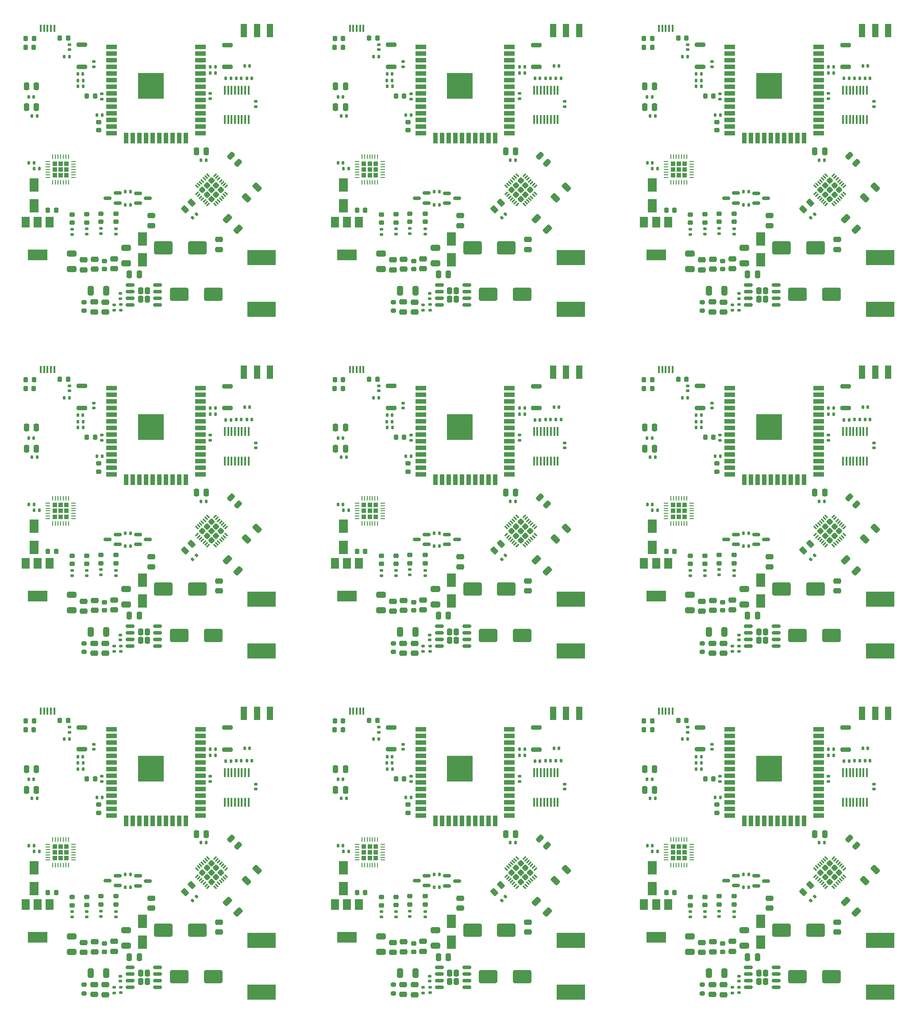
<source format=gbr>
%TF.GenerationSoftware,KiCad,Pcbnew,(6.0.7)*%
%TF.CreationDate,2023-01-21T10:49:02-06:00*%
%TF.ProjectId,SmartSpin2k_Panelized,536d6172-7453-4706-996e-326b5f50616e,2.35*%
%TF.SameCoordinates,Original*%
%TF.FileFunction,Paste,Top*%
%TF.FilePolarity,Positive*%
%FSLAX46Y46*%
G04 Gerber Fmt 4.6, Leading zero omitted, Abs format (unit mm)*
G04 Created by KiCad (PCBNEW (6.0.7)) date 2023-01-21 10:49:02*
%MOMM*%
%LPD*%
G01*
G04 APERTURE LIST*
G04 Aperture macros list*
%AMRoundRect*
0 Rectangle with rounded corners*
0 $1 Rounding radius*
0 $2 $3 $4 $5 $6 $7 $8 $9 X,Y pos of 4 corners*
0 Add a 4 corners polygon primitive as box body*
4,1,4,$2,$3,$4,$5,$6,$7,$8,$9,$2,$3,0*
0 Add four circle primitives for the rounded corners*
1,1,$1+$1,$2,$3*
1,1,$1+$1,$4,$5*
1,1,$1+$1,$6,$7*
1,1,$1+$1,$8,$9*
0 Add four rect primitives between the rounded corners*
20,1,$1+$1,$2,$3,$4,$5,0*
20,1,$1+$1,$4,$5,$6,$7,0*
20,1,$1+$1,$6,$7,$8,$9,0*
20,1,$1+$1,$8,$9,$2,$3,0*%
G04 Aperture macros list end*
%ADD10RoundRect,0.250000X0.475000X-0.250000X0.475000X0.250000X-0.475000X0.250000X-0.475000X-0.250000X0*%
%ADD11RoundRect,0.135000X0.135000X0.185000X-0.135000X0.185000X-0.135000X-0.185000X0.135000X-0.185000X0*%
%ADD12RoundRect,0.200000X-0.800000X0.200000X-0.800000X-0.200000X0.800000X-0.200000X0.800000X0.200000X0*%
%ADD13RoundRect,0.135000X0.185000X-0.135000X0.185000X0.135000X-0.185000X0.135000X-0.185000X-0.135000X0*%
%ADD14RoundRect,0.140000X-0.140000X-0.170000X0.140000X-0.170000X0.140000X0.170000X-0.140000X0.170000X0*%
%ADD15RoundRect,0.250000X-0.255000X-0.395000X0.255000X-0.395000X0.255000X0.395000X-0.255000X0.395000X0*%
%ADD16RoundRect,0.150000X-0.662500X-0.150000X0.662500X-0.150000X0.662500X0.150000X-0.662500X0.150000X0*%
%ADD17RoundRect,0.225000X0.225000X0.250000X-0.225000X0.250000X-0.225000X-0.250000X0.225000X-0.250000X0*%
%ADD18RoundRect,0.140000X-0.170000X0.140000X-0.170000X-0.140000X0.170000X-0.140000X0.170000X0.140000X0*%
%ADD19RoundRect,0.218750X0.218750X0.256250X-0.218750X0.256250X-0.218750X-0.256250X0.218750X-0.256250X0*%
%ADD20R,5.400000X2.900000*%
%ADD21RoundRect,0.250000X0.650000X-0.325000X0.650000X0.325000X-0.650000X0.325000X-0.650000X-0.325000X0*%
%ADD22RoundRect,0.140000X0.170000X-0.140000X0.170000X0.140000X-0.170000X0.140000X-0.170000X-0.140000X0*%
%ADD23RoundRect,0.250000X-0.250000X-0.475000X0.250000X-0.475000X0.250000X0.475000X-0.250000X0.475000X0*%
%ADD24RoundRect,0.250000X0.662913X0.220971X0.220971X0.662913X-0.662913X-0.220971X-0.220971X-0.662913X0*%
%ADD25RoundRect,0.135000X-0.135000X-0.185000X0.135000X-0.185000X0.135000X0.185000X-0.135000X0.185000X0*%
%ADD26RoundRect,0.140000X0.140000X0.170000X-0.140000X0.170000X-0.140000X-0.170000X0.140000X-0.170000X0*%
%ADD27R,1.250000X2.500000*%
%ADD28RoundRect,0.218750X-0.218750X-0.256250X0.218750X-0.256250X0.218750X0.256250X-0.218750X0.256250X0*%
%ADD29R,1.500000X2.000000*%
%ADD30R,3.800000X2.000000*%
%ADD31RoundRect,0.250000X-0.512652X-0.159099X-0.159099X-0.512652X0.512652X0.159099X0.159099X0.512652X0*%
%ADD32RoundRect,0.135000X-0.185000X0.135000X-0.185000X-0.135000X0.185000X-0.135000X0.185000X0.135000X0*%
%ADD33RoundRect,0.225000X0.250000X-0.225000X0.250000X0.225000X-0.250000X0.225000X-0.250000X-0.225000X0*%
%ADD34RoundRect,0.250000X-1.500000X-1.000000X1.500000X-1.000000X1.500000X1.000000X-1.500000X1.000000X0*%
%ADD35R,0.355600X1.676400*%
%ADD36R,1.800000X2.500000*%
%ADD37R,2.000000X0.900000*%
%ADD38R,0.900000X2.000000*%
%ADD39R,5.000000X5.000000*%
%ADD40RoundRect,0.218750X0.256250X-0.218750X0.256250X0.218750X-0.256250X0.218750X-0.256250X-0.218750X0*%
%ADD41RoundRect,0.250000X0.325000X0.650000X-0.325000X0.650000X-0.325000X-0.650000X0.325000X-0.650000X0*%
%ADD42R,0.400000X1.350000*%
%ADD43RoundRect,0.250000X0.250000X0.475000X-0.250000X0.475000X-0.250000X-0.475000X0.250000X-0.475000X0*%
%ADD44RoundRect,0.218750X-0.256250X0.218750X-0.256250X-0.218750X0.256250X-0.218750X0.256250X0.218750X0*%
%ADD45RoundRect,0.150000X0.587500X0.150000X-0.587500X0.150000X-0.587500X-0.150000X0.587500X-0.150000X0*%
%ADD46RoundRect,0.250000X-0.220971X0.662913X-0.662913X0.220971X0.220971X-0.662913X0.662913X-0.220971X0*%
%ADD47RoundRect,0.250000X0.000000X0.360624X-0.360624X0.000000X0.000000X-0.360624X0.360624X0.000000X0*%
%ADD48RoundRect,0.062500X0.185616X0.274004X-0.274004X-0.185616X-0.185616X-0.274004X0.274004X0.185616X0*%
%ADD49RoundRect,0.062500X-0.185616X0.274004X-0.274004X0.185616X0.185616X-0.274004X0.274004X-0.185616X0*%
%ADD50RoundRect,0.225000X-0.225000X0.225000X-0.225000X-0.225000X0.225000X-0.225000X0.225000X0.225000X0*%
%ADD51RoundRect,0.062500X-0.062500X0.337500X-0.062500X-0.337500X0.062500X-0.337500X0.062500X0.337500X0*%
%ADD52RoundRect,0.062500X-0.337500X0.062500X-0.337500X-0.062500X0.337500X-0.062500X0.337500X0.062500X0*%
%ADD53RoundRect,0.200000X0.800000X-0.200000X0.800000X0.200000X-0.800000X0.200000X-0.800000X-0.200000X0*%
%ADD54RoundRect,0.250000X-0.132583X0.503814X-0.503814X0.132583X0.132583X-0.503814X0.503814X-0.132583X0*%
%ADD55RoundRect,0.150000X-0.587500X-0.150000X0.587500X-0.150000X0.587500X0.150000X-0.587500X0.150000X0*%
%ADD56RoundRect,0.135000X0.035355X-0.226274X0.226274X-0.035355X-0.035355X0.226274X-0.226274X0.035355X0*%
%ADD57RoundRect,0.200000X0.275000X-0.200000X0.275000X0.200000X-0.275000X0.200000X-0.275000X-0.200000X0*%
%ADD58RoundRect,0.225000X-0.250000X0.225000X-0.250000X-0.225000X0.250000X-0.225000X0.250000X0.225000X0*%
G04 APERTURE END LIST*
D10*
%TO.C,C14*%
X93699400Y-114526400D03*
X93699400Y-112626400D03*
%TD*%
%TO.C,C14*%
X34549400Y-114526400D03*
X34549400Y-112626400D03*
%TD*%
D11*
%TO.C,R11*%
X84278000Y-158683400D03*
X83258000Y-158683400D03*
%TD*%
D12*
%TO.C,SW2*%
X21266000Y-14632200D03*
X21266000Y-18832200D03*
%TD*%
D13*
%TO.C,R13*%
X137711000Y-50920000D03*
X137711000Y-49900000D03*
%TD*%
D14*
%TO.C,C16*%
X138805800Y-150834800D03*
X139765800Y-150834800D03*
%TD*%
D10*
%TO.C,C5*%
X141996200Y-188166200D03*
X141996200Y-186266200D03*
%TD*%
D15*
%TO.C,U4*%
X92917000Y-193878100D03*
X91657000Y-193878100D03*
X91657000Y-192278100D03*
X92917000Y-192278100D03*
D16*
X89649500Y-191173100D03*
X89649500Y-192443100D03*
X89649500Y-193713100D03*
X89649500Y-194983100D03*
X94924500Y-194983100D03*
X94924500Y-193713100D03*
X94924500Y-192443100D03*
X94924500Y-191173100D03*
%TD*%
D17*
%TO.C,C32*%
X75475000Y-111580000D03*
X73925000Y-111580000D03*
%TD*%
D18*
%TO.C,C21*%
X172807500Y-156105700D03*
X172807500Y-157065700D03*
%TD*%
D19*
%TO.C,D6*%
X71245900Y-13402200D03*
X69670900Y-13402200D03*
%TD*%
D18*
%TO.C,C21*%
X54507500Y-156105700D03*
X54507500Y-157065700D03*
%TD*%
D10*
%TO.C,C4*%
X80763400Y-123018600D03*
X80763400Y-121118600D03*
%TD*%
D12*
%TO.C,SW2*%
X139566000Y-145232200D03*
X139566000Y-149432200D03*
%TD*%
D20*
%TO.C,L1*%
X114830000Y-130580000D03*
X114830000Y-120680000D03*
%TD*%
D14*
%TO.C,C23*%
X70300000Y-102570000D03*
X71260000Y-102570000D03*
%TD*%
D21*
%TO.C,C3*%
X137630000Y-188155000D03*
X137630000Y-185205000D03*
%TD*%
D22*
%TO.C,C29*%
X146970000Y-63210000D03*
X146970000Y-62250000D03*
%TD*%
D13*
%TO.C,R19*%
X87875000Y-65388700D03*
X87875000Y-64368700D03*
%TD*%
D21*
%TO.C,C18*%
X29750000Y-121715000D03*
X29750000Y-118765000D03*
%TD*%
D14*
%TO.C,C16*%
X138805800Y-20234800D03*
X139765800Y-20234800D03*
%TD*%
D10*
%TO.C,C1*%
X27430000Y-57490000D03*
X27430000Y-55590000D03*
%TD*%
D23*
%TO.C,C28*%
X89500000Y-189190000D03*
X91400000Y-189190000D03*
%TD*%
D24*
%TO.C,R16*%
X169479144Y-115270944D03*
X167410856Y-113202656D03*
%TD*%
D19*
%TO.C,D6*%
X71245900Y-78702200D03*
X69670900Y-78702200D03*
%TD*%
D25*
%TO.C,R4*%
X104980000Y-84130000D03*
X106000000Y-84130000D03*
%TD*%
D26*
%TO.C,C22*%
X168061000Y-86395700D03*
X167101000Y-86395700D03*
%TD*%
D27*
%TO.C,S1*%
X116410000Y-77260000D03*
X113910000Y-77260000D03*
X111410000Y-77260000D03*
%TD*%
D22*
%TO.C,C2*%
X23576600Y-18835200D03*
X23576600Y-17875200D03*
%TD*%
D10*
%TO.C,C5*%
X23696200Y-57566200D03*
X23696200Y-55666200D03*
%TD*%
D28*
%TO.C,D4*%
X76224100Y-13351400D03*
X77799100Y-13351400D03*
%TD*%
D29*
%TO.C,U6*%
X15130000Y-48540000D03*
X12830000Y-48540000D03*
D30*
X12830000Y-54840000D03*
D29*
X10530000Y-48540000D03*
%TD*%
D19*
%TO.C,D6*%
X130395900Y-78702200D03*
X128820900Y-78702200D03*
%TD*%
D22*
%TO.C,C2*%
X141876600Y-149435200D03*
X141876600Y-148475200D03*
%TD*%
D13*
%TO.C,R6*%
X104970000Y-155590000D03*
X104970000Y-154570000D03*
%TD*%
D14*
%TO.C,C20*%
X169120000Y-21031700D03*
X170080000Y-21031700D03*
%TD*%
D31*
%TO.C,C6*%
X168078049Y-101220649D03*
X169421551Y-102564151D03*
%TD*%
D13*
%TO.C,R13*%
X19411000Y-50920000D03*
X19411000Y-49900000D03*
%TD*%
D32*
%TO.C,R10*%
X25100600Y-89292000D03*
X25100600Y-90312000D03*
%TD*%
D17*
%TO.C,C11*%
X82942800Y-155051200D03*
X81392800Y-155051200D03*
%TD*%
D13*
%TO.C,R6*%
X164120000Y-24990000D03*
X164120000Y-23970000D03*
%TD*%
D33*
%TO.C,C9*%
X84751200Y-57569000D03*
X84751200Y-56019000D03*
%TD*%
D34*
%TO.C,C19*%
X39877500Y-62355000D03*
X46377500Y-62355000D03*
%TD*%
D35*
%TO.C,U3*%
X112322499Y-23336300D03*
X111672501Y-23336300D03*
X111022499Y-23336300D03*
X110372501Y-23336300D03*
X109722502Y-23336300D03*
X109072501Y-23336300D03*
X108422502Y-23336300D03*
X107772501Y-23336300D03*
X107772501Y-28975100D03*
X108422499Y-28975100D03*
X109072501Y-28975100D03*
X109722499Y-28975100D03*
X110372498Y-28975100D03*
X111022499Y-28975100D03*
X111672498Y-28975100D03*
X112322499Y-28975100D03*
%TD*%
D11*
%TO.C,R8*%
X148863600Y-110553800D03*
X147843600Y-110553800D03*
%TD*%
D18*
%TO.C,C21*%
X113657500Y-90805700D03*
X113657500Y-91765700D03*
%TD*%
D13*
%TO.C,R22*%
X86590000Y-65430000D03*
X86590000Y-64410000D03*
%TD*%
D11*
%TO.C,R18*%
X104210400Y-36700000D03*
X103190400Y-36700000D03*
%TD*%
D36*
%TO.C,D8*%
X91980000Y-121060000D03*
X91980000Y-117060000D03*
%TD*%
D28*
%TO.C,D4*%
X135374100Y-78651400D03*
X136949100Y-78651400D03*
%TD*%
D10*
%TO.C,C26*%
X141900000Y-196360000D03*
X141900000Y-194460000D03*
%TD*%
D21*
%TO.C,C18*%
X88900000Y-121715000D03*
X88900000Y-118765000D03*
%TD*%
D37*
%TO.C,U1*%
X26948000Y-145616000D03*
X26948000Y-146886000D03*
X26948000Y-148156000D03*
X26948000Y-149426000D03*
X26948000Y-150696000D03*
X26948000Y-151966000D03*
X26948000Y-153236000D03*
X26948000Y-154506000D03*
X26948000Y-155776000D03*
X26948000Y-157046000D03*
X26948000Y-158316000D03*
X26948000Y-159586000D03*
X26948000Y-160856000D03*
X26948000Y-162126000D03*
D38*
X29733000Y-163126000D03*
X31003000Y-163126000D03*
X32273000Y-163126000D03*
X33543000Y-163126000D03*
X34813000Y-163126000D03*
X36083000Y-163126000D03*
X37353000Y-163126000D03*
X38623000Y-163126000D03*
X39893000Y-163126000D03*
X41163000Y-163126000D03*
D37*
X43948000Y-162126000D03*
X43948000Y-160856000D03*
X43948000Y-159586000D03*
X43948000Y-158316000D03*
X43948000Y-157046000D03*
X43948000Y-155776000D03*
X43948000Y-154506000D03*
X43948000Y-153236000D03*
X43948000Y-151966000D03*
X43948000Y-150696000D03*
X43948000Y-149426000D03*
X43948000Y-148156000D03*
X43948000Y-146886000D03*
X43948000Y-145616000D03*
D39*
X34448000Y-153116000D03*
%TD*%
D40*
%TO.C,D1*%
X84022000Y-179130500D03*
X84022000Y-177555500D03*
%TD*%
D35*
%TO.C,U3*%
X171472499Y-88636300D03*
X170822501Y-88636300D03*
X170172499Y-88636300D03*
X169522501Y-88636300D03*
X168872502Y-88636300D03*
X168222501Y-88636300D03*
X167572502Y-88636300D03*
X166922501Y-88636300D03*
X166922501Y-94275100D03*
X167572499Y-94275100D03*
X168222501Y-94275100D03*
X168872499Y-94275100D03*
X169522498Y-94275100D03*
X170172499Y-94275100D03*
X170822498Y-94275100D03*
X171472499Y-94275100D03*
%TD*%
D41*
%TO.C,C30*%
X144235000Y-192290000D03*
X141285000Y-192290000D03*
%TD*%
D11*
%TO.C,R21*%
X71880000Y-28240000D03*
X70860000Y-28240000D03*
%TD*%
D22*
%TO.C,C2*%
X82726600Y-84135200D03*
X82726600Y-83175200D03*
%TD*%
D10*
%TO.C,C31*%
X144060000Y-65780000D03*
X144060000Y-63880000D03*
%TD*%
D42*
%TO.C,J4*%
X134286600Y-142110000D03*
X133636600Y-142110000D03*
X132986600Y-142110000D03*
X132336600Y-142110000D03*
X131686600Y-142110000D03*
%TD*%
D17*
%TO.C,C32*%
X134625000Y-176880000D03*
X133075000Y-176880000D03*
%TD*%
D37*
%TO.C,U1*%
X26948000Y-80316000D03*
X26948000Y-81586000D03*
X26948000Y-82856000D03*
X26948000Y-84126000D03*
X26948000Y-85396000D03*
X26948000Y-86666000D03*
X26948000Y-87936000D03*
X26948000Y-89206000D03*
X26948000Y-90476000D03*
X26948000Y-91746000D03*
X26948000Y-93016000D03*
X26948000Y-94286000D03*
X26948000Y-95556000D03*
X26948000Y-96826000D03*
D38*
X29733000Y-97826000D03*
X31003000Y-97826000D03*
X32273000Y-97826000D03*
X33543000Y-97826000D03*
X34813000Y-97826000D03*
X36083000Y-97826000D03*
X37353000Y-97826000D03*
X38623000Y-97826000D03*
X39893000Y-97826000D03*
X41163000Y-97826000D03*
D37*
X43948000Y-96826000D03*
X43948000Y-95556000D03*
X43948000Y-94286000D03*
X43948000Y-93016000D03*
X43948000Y-91746000D03*
X43948000Y-90476000D03*
X43948000Y-89206000D03*
X43948000Y-87936000D03*
X43948000Y-86666000D03*
X43948000Y-85396000D03*
X43948000Y-84126000D03*
X43948000Y-82856000D03*
X43948000Y-81586000D03*
X43948000Y-80316000D03*
D39*
X34448000Y-87816000D03*
%TD*%
D11*
%TO.C,R11*%
X84278000Y-28083400D03*
X83258000Y-28083400D03*
%TD*%
D13*
%TO.C,R9*%
X84022000Y-116093000D03*
X84022000Y-115073000D03*
%TD*%
D36*
%TO.C,D8*%
X151130000Y-55760000D03*
X151130000Y-51760000D03*
%TD*%
D13*
%TO.C,R22*%
X145740000Y-130730000D03*
X145740000Y-129710000D03*
%TD*%
D22*
%TO.C,C2*%
X82726600Y-18835200D03*
X82726600Y-17875200D03*
%TD*%
D42*
%TO.C,J4*%
X75136600Y-76810000D03*
X74486600Y-76810000D03*
X73836600Y-76810000D03*
X73186600Y-76810000D03*
X72536600Y-76810000D03*
%TD*%
D14*
%TO.C,C17*%
X52840000Y-21031700D03*
X53800000Y-21031700D03*
%TD*%
D10*
%TO.C,C4*%
X80763400Y-188318600D03*
X80763400Y-186418600D03*
%TD*%
D14*
%TO.C,C16*%
X79655800Y-20234800D03*
X80615800Y-20234800D03*
%TD*%
D29*
%TO.C,U6*%
X133430000Y-179140000D03*
X131130000Y-179140000D03*
D30*
X131130000Y-185440000D03*
D29*
X128830000Y-179140000D03*
%TD*%
D20*
%TO.C,L1*%
X173980000Y-65280000D03*
X173980000Y-55380000D03*
%TD*%
D43*
%TO.C,C8*%
X163400600Y-165643000D03*
X161500600Y-165643000D03*
%TD*%
D10*
%TO.C,C26*%
X141900000Y-65760000D03*
X141900000Y-63860000D03*
%TD*%
D17*
%TO.C,C32*%
X134625000Y-46280000D03*
X133075000Y-46280000D03*
%TD*%
D27*
%TO.C,S1*%
X175560000Y-77260000D03*
X173060000Y-77260000D03*
X170560000Y-77260000D03*
%TD*%
D44*
%TO.C,D3*%
X137711000Y-112407900D03*
X137711000Y-113982900D03*
%TD*%
D45*
%TO.C,Q2*%
X28086700Y-44934200D03*
X28086700Y-43034200D03*
X26211700Y-43984200D03*
%TD*%
D13*
%TO.C,R13*%
X78561000Y-50920000D03*
X78561000Y-49900000D03*
%TD*%
D14*
%TO.C,C20*%
X169120000Y-151631700D03*
X170080000Y-151631700D03*
%TD*%
D10*
%TO.C,C26*%
X82750000Y-65760000D03*
X82750000Y-63860000D03*
%TD*%
D14*
%TO.C,C23*%
X11150000Y-37270000D03*
X12110000Y-37270000D03*
%TD*%
D19*
%TO.C,D5*%
X12070500Y-80429400D03*
X10495500Y-80429400D03*
%TD*%
D10*
%TO.C,C5*%
X82846200Y-57566200D03*
X82846200Y-55666200D03*
%TD*%
D21*
%TO.C,C18*%
X29750000Y-187015000D03*
X29750000Y-184065000D03*
%TD*%
D15*
%TO.C,U4*%
X32507000Y-61678100D03*
X33767000Y-63278100D03*
X32507000Y-63278100D03*
X33767000Y-61678100D03*
D16*
X30499500Y-60573100D03*
X30499500Y-61843100D03*
X30499500Y-63113100D03*
X30499500Y-64383100D03*
X35774500Y-64383100D03*
X35774500Y-63113100D03*
X35774500Y-61843100D03*
X35774500Y-60573100D03*
%TD*%
D10*
%TO.C,C5*%
X141996200Y-57566200D03*
X141996200Y-55666200D03*
%TD*%
D34*
%TO.C,C7*%
X95992500Y-184060000D03*
X102492500Y-184060000D03*
%TD*%
D45*
%TO.C,Q2*%
X87236700Y-175534200D03*
X87236700Y-173634200D03*
X85361700Y-174584200D03*
%TD*%
%TO.C,Q2*%
X146386700Y-175534200D03*
X146386700Y-173634200D03*
X144511700Y-174584200D03*
%TD*%
D11*
%TO.C,R2*%
X21509600Y-21452800D03*
X20489600Y-21452800D03*
%TD*%
D20*
%TO.C,L1*%
X173980000Y-130580000D03*
X173980000Y-120680000D03*
%TD*%
D11*
%TO.C,R21*%
X71880000Y-93540000D03*
X70860000Y-93540000D03*
%TD*%
D27*
%TO.C,S1*%
X57260000Y-11960000D03*
X54760000Y-11960000D03*
X52260000Y-11960000D03*
%TD*%
D22*
%TO.C,C15*%
X18918700Y-15579600D03*
X18918700Y-14619600D03*
%TD*%
D26*
%TO.C,C22*%
X168061000Y-151695700D03*
X167101000Y-151695700D03*
%TD*%
D10*
%TO.C,C31*%
X25760000Y-196380000D03*
X25760000Y-194480000D03*
%TD*%
D32*
%TO.C,R24*%
X27793000Y-180483000D03*
X27793000Y-181503000D03*
%TD*%
D36*
%TO.C,D7*%
X71296600Y-176075800D03*
X71296600Y-172075800D03*
%TD*%
D13*
%TO.C,R19*%
X87875000Y-195988700D03*
X87875000Y-194968700D03*
%TD*%
D25*
%TO.C,R23*%
X12130000Y-38360000D03*
X13150000Y-38360000D03*
%TD*%
D10*
%TO.C,C1*%
X145730000Y-122790000D03*
X145730000Y-120890000D03*
%TD*%
D26*
%TO.C,C22*%
X108911000Y-86395700D03*
X107951000Y-86395700D03*
%TD*%
D46*
%TO.C,R15*%
X173111344Y-41857456D03*
X171043056Y-43925744D03*
%TD*%
D25*
%TO.C,R23*%
X71280000Y-38360000D03*
X72300000Y-38360000D03*
%TD*%
D11*
%TO.C,R18*%
X163360400Y-167300000D03*
X162340400Y-167300000D03*
%TD*%
D47*
%TO.C,U2*%
X165264883Y-173892883D03*
X162613233Y-173009000D03*
X166148767Y-173009000D03*
X165264883Y-172125117D03*
X164381000Y-173009000D03*
X163497117Y-172125117D03*
X164381000Y-171241233D03*
X164381000Y-174776767D03*
X163497117Y-173892883D03*
D48*
X167182911Y-172328410D03*
X166829357Y-171974856D03*
X166475804Y-171621303D03*
X166122250Y-171267750D03*
X165768697Y-170914196D03*
X165415144Y-170560643D03*
X165061590Y-170207089D03*
D49*
X163700410Y-170207089D03*
X163346856Y-170560643D03*
X162993303Y-170914196D03*
X162639750Y-171267750D03*
X162286196Y-171621303D03*
X161932643Y-171974856D03*
X161579089Y-172328410D03*
D48*
X161579089Y-173689590D03*
X161932643Y-174043144D03*
X162286196Y-174396697D03*
X162639750Y-174750250D03*
X162993303Y-175103804D03*
X163346856Y-175457357D03*
X163700410Y-175810911D03*
D49*
X165061590Y-175810911D03*
X165415144Y-175457357D03*
X165768697Y-175103804D03*
X166122250Y-174750250D03*
X166475804Y-174396697D03*
X166829357Y-174043144D03*
X167182911Y-173689590D03*
%TD*%
D44*
%TO.C,D2*%
X81355000Y-47082500D03*
X81355000Y-48657500D03*
%TD*%
D50*
%TO.C,U5*%
X76351200Y-169122800D03*
X75231200Y-168002800D03*
X77471200Y-168002800D03*
X77471200Y-170242800D03*
X76351200Y-168002800D03*
X76351200Y-170242800D03*
X77471200Y-169122800D03*
X75231200Y-169122800D03*
X75231200Y-170242800D03*
D51*
X77851200Y-166672800D03*
X77351200Y-166672800D03*
X76851200Y-166672800D03*
X76351200Y-166672800D03*
X75851200Y-166672800D03*
X75351200Y-166672800D03*
X74851200Y-166672800D03*
D52*
X73901200Y-167622800D03*
X73901200Y-168122800D03*
X73901200Y-168622800D03*
X73901200Y-169122800D03*
X73901200Y-169622800D03*
X73901200Y-170122800D03*
X73901200Y-170622800D03*
D51*
X74851200Y-171572800D03*
X75351200Y-171572800D03*
X75851200Y-171572800D03*
X76351200Y-171572800D03*
X76851200Y-171572800D03*
X77351200Y-171572800D03*
X77851200Y-171572800D03*
D52*
X78801200Y-170622800D03*
X78801200Y-170122800D03*
X78801200Y-169622800D03*
X78801200Y-169122800D03*
X78801200Y-168622800D03*
X78801200Y-168122800D03*
X78801200Y-167622800D03*
%TD*%
D50*
%TO.C,U5*%
X18321200Y-104942800D03*
X18321200Y-103822800D03*
X16081200Y-102702800D03*
X16081200Y-103822800D03*
X17201200Y-104942800D03*
X17201200Y-102702800D03*
X17201200Y-103822800D03*
X16081200Y-104942800D03*
X18321200Y-102702800D03*
D51*
X18701200Y-101372800D03*
X18201200Y-101372800D03*
X17701200Y-101372800D03*
X17201200Y-101372800D03*
X16701200Y-101372800D03*
X16201200Y-101372800D03*
X15701200Y-101372800D03*
D52*
X14751200Y-102322800D03*
X14751200Y-102822800D03*
X14751200Y-103322800D03*
X14751200Y-103822800D03*
X14751200Y-104322800D03*
X14751200Y-104822800D03*
X14751200Y-105322800D03*
D51*
X15701200Y-106272800D03*
X16201200Y-106272800D03*
X16701200Y-106272800D03*
X17201200Y-106272800D03*
X17701200Y-106272800D03*
X18201200Y-106272800D03*
X18701200Y-106272800D03*
D52*
X19651200Y-105322800D03*
X19651200Y-104822800D03*
X19651200Y-104322800D03*
X19651200Y-103822800D03*
X19651200Y-103322800D03*
X19651200Y-102822800D03*
X19651200Y-102322800D03*
%TD*%
D14*
%TO.C,C20*%
X50820000Y-21031700D03*
X51780000Y-21031700D03*
%TD*%
D23*
%TO.C,C28*%
X30350000Y-189190000D03*
X32250000Y-189190000D03*
%TD*%
D13*
%TO.C,R13*%
X19411000Y-116220000D03*
X19411000Y-115200000D03*
%TD*%
D26*
%TO.C,C13*%
X171680000Y-83970000D03*
X170720000Y-83970000D03*
%TD*%
D10*
%TO.C,C31*%
X25760000Y-131080000D03*
X25760000Y-129180000D03*
%TD*%
D36*
%TO.C,D8*%
X32830000Y-186360000D03*
X32830000Y-182360000D03*
%TD*%
D23*
%TO.C,C28*%
X30350000Y-58590000D03*
X32250000Y-58590000D03*
%TD*%
D13*
%TO.C,R19*%
X28725000Y-195988700D03*
X28725000Y-194968700D03*
%TD*%
D32*
%TO.C,R10*%
X25100600Y-23992000D03*
X25100600Y-25012000D03*
%TD*%
D37*
%TO.C,U1*%
X145248000Y-80316000D03*
X145248000Y-81586000D03*
X145248000Y-82856000D03*
X145248000Y-84126000D03*
X145248000Y-85396000D03*
X145248000Y-86666000D03*
X145248000Y-87936000D03*
X145248000Y-89206000D03*
X145248000Y-90476000D03*
X145248000Y-91746000D03*
X145248000Y-93016000D03*
X145248000Y-94286000D03*
X145248000Y-95556000D03*
X145248000Y-96826000D03*
D38*
X148033000Y-97826000D03*
X149303000Y-97826000D03*
X150573000Y-97826000D03*
X151843000Y-97826000D03*
X153113000Y-97826000D03*
X154383000Y-97826000D03*
X155653000Y-97826000D03*
X156923000Y-97826000D03*
X158193000Y-97826000D03*
X159463000Y-97826000D03*
D37*
X162248000Y-96826000D03*
X162248000Y-95556000D03*
X162248000Y-94286000D03*
X162248000Y-93016000D03*
X162248000Y-91746000D03*
X162248000Y-90476000D03*
X162248000Y-89206000D03*
X162248000Y-87936000D03*
X162248000Y-86666000D03*
X162248000Y-85396000D03*
X162248000Y-84126000D03*
X162248000Y-82856000D03*
X162248000Y-81586000D03*
X162248000Y-80316000D03*
D39*
X152748000Y-87816000D03*
%TD*%
D14*
%TO.C,C23*%
X70300000Y-37270000D03*
X71260000Y-37270000D03*
%TD*%
D47*
%TO.C,U2*%
X165264883Y-41525117D03*
X165264883Y-43292883D03*
X163497117Y-41525117D03*
X162613233Y-42409000D03*
X163497117Y-43292883D03*
X164381000Y-40641233D03*
X166148767Y-42409000D03*
X164381000Y-42409000D03*
X164381000Y-44176767D03*
D48*
X167182911Y-41728410D03*
X166829357Y-41374856D03*
X166475804Y-41021303D03*
X166122250Y-40667750D03*
X165768697Y-40314196D03*
X165415144Y-39960643D03*
X165061590Y-39607089D03*
D49*
X163700410Y-39607089D03*
X163346856Y-39960643D03*
X162993303Y-40314196D03*
X162639750Y-40667750D03*
X162286196Y-41021303D03*
X161932643Y-41374856D03*
X161579089Y-41728410D03*
D48*
X161579089Y-43089590D03*
X161932643Y-43443144D03*
X162286196Y-43796697D03*
X162639750Y-44150250D03*
X162993303Y-44503804D03*
X163346856Y-44857357D03*
X163700410Y-45210911D03*
D49*
X165061590Y-45210911D03*
X165415144Y-44857357D03*
X165768697Y-44503804D03*
X166122250Y-44150250D03*
X166475804Y-43796697D03*
X166829357Y-43443144D03*
X167182911Y-43089590D03*
%TD*%
D25*
%TO.C,R5*%
X104980000Y-150630000D03*
X106000000Y-150630000D03*
%TD*%
D19*
%TO.C,D5*%
X130370500Y-145729400D03*
X128795500Y-145729400D03*
%TD*%
D35*
%TO.C,U3*%
X112322499Y-153936300D03*
X111672501Y-153936300D03*
X111022499Y-153936300D03*
X110372501Y-153936300D03*
X109722502Y-153936300D03*
X109072501Y-153936300D03*
X108422502Y-153936300D03*
X107772501Y-153936300D03*
X107772501Y-159575100D03*
X108422499Y-159575100D03*
X109072501Y-159575100D03*
X109722499Y-159575100D03*
X110372498Y-159575100D03*
X111022499Y-159575100D03*
X111672498Y-159575100D03*
X112322499Y-159575100D03*
%TD*%
D10*
%TO.C,C5*%
X82846200Y-122866200D03*
X82846200Y-120966200D03*
%TD*%
D44*
%TO.C,D9*%
X27793000Y-177555500D03*
X27793000Y-179130500D03*
%TD*%
D10*
%TO.C,C14*%
X152849400Y-179826400D03*
X152849400Y-177926400D03*
%TD*%
D27*
%TO.C,S1*%
X57260000Y-77260000D03*
X54760000Y-77260000D03*
X52260000Y-77260000D03*
%TD*%
D35*
%TO.C,U3*%
X53172499Y-23336300D03*
X52522501Y-23336300D03*
X51872499Y-23336300D03*
X51222501Y-23336300D03*
X50572502Y-23336300D03*
X49922501Y-23336300D03*
X49272502Y-23336300D03*
X48622501Y-23336300D03*
X48622501Y-28975100D03*
X49272499Y-28975100D03*
X49922501Y-28975100D03*
X50572499Y-28975100D03*
X51222498Y-28975100D03*
X51872499Y-28975100D03*
X52522498Y-28975100D03*
X53172499Y-28975100D03*
%TD*%
D27*
%TO.C,S1*%
X116410000Y-142560000D03*
X113910000Y-142560000D03*
X111410000Y-142560000D03*
%TD*%
D13*
%TO.C,R6*%
X45820000Y-155590000D03*
X45820000Y-154570000D03*
%TD*%
D34*
%TO.C,C19*%
X99027500Y-127655000D03*
X105527500Y-127655000D03*
%TD*%
D43*
%TO.C,C8*%
X104250600Y-100343000D03*
X102350600Y-100343000D03*
%TD*%
D22*
%TO.C,C29*%
X146970000Y-128510000D03*
X146970000Y-127550000D03*
%TD*%
D10*
%TO.C,C14*%
X34549400Y-179826400D03*
X34549400Y-177926400D03*
%TD*%
D11*
%TO.C,R8*%
X89713600Y-110553800D03*
X88693600Y-110553800D03*
%TD*%
D10*
%TO.C,C5*%
X141996200Y-122866200D03*
X141996200Y-120966200D03*
%TD*%
%TO.C,C31*%
X84910000Y-131080000D03*
X84910000Y-129180000D03*
%TD*%
D13*
%TO.C,R9*%
X143172000Y-50793000D03*
X143172000Y-49773000D03*
%TD*%
D34*
%TO.C,C19*%
X99027500Y-192955000D03*
X105527500Y-192955000D03*
%TD*%
D13*
%TO.C,R22*%
X27440000Y-65430000D03*
X27440000Y-64410000D03*
%TD*%
D26*
%TO.C,C27*%
X12080000Y-89890000D03*
X11120000Y-89890000D03*
%TD*%
D20*
%TO.C,L1*%
X114830000Y-65280000D03*
X114830000Y-55380000D03*
%TD*%
D53*
%TO.C,SW1*%
X108260000Y-84180000D03*
X108260000Y-79980000D03*
%TD*%
D22*
%TO.C,C15*%
X18918700Y-80879600D03*
X18918700Y-79919600D03*
%TD*%
D44*
%TO.C,D3*%
X78561000Y-177707900D03*
X78561000Y-179282900D03*
%TD*%
D13*
%TO.C,R19*%
X87875000Y-130688700D03*
X87875000Y-129668700D03*
%TD*%
D25*
%TO.C,R23*%
X130430000Y-103660000D03*
X131450000Y-103660000D03*
%TD*%
D53*
%TO.C,SW1*%
X108260000Y-18880000D03*
X108260000Y-14680000D03*
%TD*%
D33*
%TO.C,C9*%
X143901200Y-188169000D03*
X143901200Y-186619000D03*
%TD*%
D44*
%TO.C,D2*%
X140505000Y-112382500D03*
X140505000Y-113957500D03*
%TD*%
D26*
%TO.C,C27*%
X71230000Y-89890000D03*
X70270000Y-89890000D03*
%TD*%
D22*
%TO.C,C2*%
X141876600Y-84135200D03*
X141876600Y-83175200D03*
%TD*%
D54*
%TO.C,R17*%
X101456635Y-175437165D03*
X100166165Y-176727635D03*
%TD*%
D36*
%TO.C,D8*%
X91980000Y-55760000D03*
X91980000Y-51760000D03*
%TD*%
D43*
%TO.C,C25*%
X71700000Y-87890000D03*
X69800000Y-87890000D03*
%TD*%
D50*
%TO.C,U5*%
X76351200Y-102702800D03*
X75231200Y-102702800D03*
X76351200Y-103822800D03*
X76351200Y-104942800D03*
X77471200Y-104942800D03*
X75231200Y-104942800D03*
X77471200Y-103822800D03*
X75231200Y-103822800D03*
X77471200Y-102702800D03*
D51*
X77851200Y-101372800D03*
X77351200Y-101372800D03*
X76851200Y-101372800D03*
X76351200Y-101372800D03*
X75851200Y-101372800D03*
X75351200Y-101372800D03*
X74851200Y-101372800D03*
D52*
X73901200Y-102322800D03*
X73901200Y-102822800D03*
X73901200Y-103322800D03*
X73901200Y-103822800D03*
X73901200Y-104322800D03*
X73901200Y-104822800D03*
X73901200Y-105322800D03*
D51*
X74851200Y-106272800D03*
X75351200Y-106272800D03*
X75851200Y-106272800D03*
X76351200Y-106272800D03*
X76851200Y-106272800D03*
X77351200Y-106272800D03*
X77851200Y-106272800D03*
D52*
X78801200Y-105322800D03*
X78801200Y-104822800D03*
X78801200Y-104322800D03*
X78801200Y-103822800D03*
X78801200Y-103322800D03*
X78801200Y-102822800D03*
X78801200Y-102322800D03*
%TD*%
D37*
%TO.C,U1*%
X26948000Y-15016000D03*
X26948000Y-16286000D03*
X26948000Y-17556000D03*
X26948000Y-18826000D03*
X26948000Y-20096000D03*
X26948000Y-21366000D03*
X26948000Y-22636000D03*
X26948000Y-23906000D03*
X26948000Y-25176000D03*
X26948000Y-26446000D03*
X26948000Y-27716000D03*
X26948000Y-28986000D03*
X26948000Y-30256000D03*
X26948000Y-31526000D03*
D38*
X29733000Y-32526000D03*
X31003000Y-32526000D03*
X32273000Y-32526000D03*
X33543000Y-32526000D03*
X34813000Y-32526000D03*
X36083000Y-32526000D03*
X37353000Y-32526000D03*
X38623000Y-32526000D03*
X39893000Y-32526000D03*
X41163000Y-32526000D03*
D37*
X43948000Y-31526000D03*
X43948000Y-30256000D03*
X43948000Y-28986000D03*
X43948000Y-27716000D03*
X43948000Y-26446000D03*
X43948000Y-25176000D03*
X43948000Y-23906000D03*
X43948000Y-22636000D03*
X43948000Y-21366000D03*
X43948000Y-20096000D03*
X43948000Y-18826000D03*
X43948000Y-17556000D03*
X43948000Y-16286000D03*
X43948000Y-15016000D03*
D39*
X34448000Y-22516000D03*
%TD*%
D20*
%TO.C,L1*%
X55680000Y-195880000D03*
X55680000Y-185980000D03*
%TD*%
D18*
%TO.C,C21*%
X54507500Y-90805700D03*
X54507500Y-91765700D03*
%TD*%
D45*
%TO.C,Q2*%
X28086700Y-110234200D03*
X28086700Y-108334200D03*
X26211700Y-109284200D03*
%TD*%
D13*
%TO.C,R9*%
X143172000Y-181393000D03*
X143172000Y-180373000D03*
%TD*%
D33*
%TO.C,C9*%
X143901200Y-57569000D03*
X143901200Y-56019000D03*
%TD*%
D32*
%TO.C,R24*%
X86943000Y-115183000D03*
X86943000Y-116203000D03*
%TD*%
D10*
%TO.C,C4*%
X139913400Y-57718600D03*
X139913400Y-55818600D03*
%TD*%
D22*
%TO.C,C29*%
X87820000Y-193810000D03*
X87820000Y-192850000D03*
%TD*%
D10*
%TO.C,C31*%
X25760000Y-65780000D03*
X25760000Y-63880000D03*
%TD*%
D32*
%TO.C,R10*%
X143400600Y-23992000D03*
X143400600Y-25012000D03*
%TD*%
D17*
%TO.C,C32*%
X16325000Y-46280000D03*
X14775000Y-46280000D03*
%TD*%
D10*
%TO.C,C12*%
X165803400Y-53823800D03*
X165803400Y-51923800D03*
%TD*%
D19*
%TO.C,D6*%
X71245900Y-144002200D03*
X69670900Y-144002200D03*
%TD*%
D13*
%TO.C,R13*%
X137711000Y-181520000D03*
X137711000Y-180500000D03*
%TD*%
D11*
%TO.C,R18*%
X45060400Y-102000000D03*
X44040400Y-102000000D03*
%TD*%
D12*
%TO.C,SW2*%
X139566000Y-14632200D03*
X139566000Y-18832200D03*
%TD*%
D21*
%TO.C,C3*%
X137630000Y-57555000D03*
X137630000Y-54605000D03*
%TD*%
D11*
%TO.C,R21*%
X12730000Y-28240000D03*
X11710000Y-28240000D03*
%TD*%
D34*
%TO.C,C7*%
X95992500Y-118760000D03*
X102492500Y-118760000D03*
%TD*%
D11*
%TO.C,R18*%
X104210400Y-102000000D03*
X103190400Y-102000000D03*
%TD*%
D15*
%TO.C,U4*%
X152067000Y-193878100D03*
X152067000Y-192278100D03*
X150807000Y-192278100D03*
X150807000Y-193878100D03*
D16*
X148799500Y-191173100D03*
X148799500Y-192443100D03*
X148799500Y-193713100D03*
X148799500Y-194983100D03*
X154074500Y-194983100D03*
X154074500Y-193713100D03*
X154074500Y-192443100D03*
X154074500Y-191173100D03*
%TD*%
D36*
%TO.C,D7*%
X12146600Y-110775800D03*
X12146600Y-106775800D03*
%TD*%
D54*
%TO.C,R17*%
X101456635Y-110137165D03*
X100166165Y-111427635D03*
%TD*%
D43*
%TO.C,C25*%
X12550000Y-153190000D03*
X10650000Y-153190000D03*
%TD*%
D12*
%TO.C,SW2*%
X80416000Y-14632200D03*
X80416000Y-18832200D03*
%TD*%
D25*
%TO.C,R5*%
X164130000Y-150630000D03*
X165150000Y-150630000D03*
%TD*%
%TO.C,R3*%
X77040000Y-82180000D03*
X78060000Y-82180000D03*
%TD*%
D15*
%TO.C,U4*%
X152067000Y-128578100D03*
X150807000Y-128578100D03*
X152067000Y-126978100D03*
X150807000Y-126978100D03*
D16*
X148799500Y-125873100D03*
X148799500Y-127143100D03*
X148799500Y-128413100D03*
X148799500Y-129683100D03*
X154074500Y-129683100D03*
X154074500Y-128413100D03*
X154074500Y-127143100D03*
X154074500Y-125873100D03*
%TD*%
D33*
%TO.C,C9*%
X25601200Y-188169000D03*
X25601200Y-186619000D03*
%TD*%
D26*
%TO.C,C27*%
X12080000Y-24590000D03*
X11120000Y-24590000D03*
%TD*%
D22*
%TO.C,C29*%
X87820000Y-128510000D03*
X87820000Y-127550000D03*
%TD*%
D13*
%TO.C,R22*%
X86590000Y-196030000D03*
X86590000Y-195010000D03*
%TD*%
D25*
%TO.C,R1*%
X79650000Y-87894000D03*
X80670000Y-87894000D03*
%TD*%
D43*
%TO.C,C8*%
X163400600Y-35043000D03*
X161500600Y-35043000D03*
%TD*%
D32*
%TO.C,R12*%
X81355000Y-115174600D03*
X81355000Y-116194600D03*
%TD*%
D34*
%TO.C,C7*%
X95992500Y-53460000D03*
X102492500Y-53460000D03*
%TD*%
D10*
%TO.C,C26*%
X141900000Y-131060000D03*
X141900000Y-129160000D03*
%TD*%
D15*
%TO.C,U4*%
X92917000Y-128578100D03*
X92917000Y-126978100D03*
X91657000Y-126978100D03*
X91657000Y-128578100D03*
D16*
X89649500Y-125873100D03*
X89649500Y-127143100D03*
X89649500Y-128413100D03*
X89649500Y-129683100D03*
X94924500Y-129683100D03*
X94924500Y-128413100D03*
X94924500Y-127143100D03*
X94924500Y-125873100D03*
%TD*%
D18*
%TO.C,C21*%
X113657500Y-25505700D03*
X113657500Y-26465700D03*
%TD*%
D13*
%TO.C,R9*%
X84022000Y-181393000D03*
X84022000Y-180373000D03*
%TD*%
D45*
%TO.C,Q2*%
X146386700Y-110234200D03*
X146386700Y-108334200D03*
X144511700Y-109284200D03*
%TD*%
D13*
%TO.C,R9*%
X24872000Y-116093000D03*
X24872000Y-115073000D03*
%TD*%
D21*
%TO.C,C3*%
X78480000Y-57555000D03*
X78480000Y-54605000D03*
%TD*%
D11*
%TO.C,R18*%
X104210400Y-167300000D03*
X103190400Y-167300000D03*
%TD*%
%TO.C,R11*%
X25128000Y-93383400D03*
X24108000Y-93383400D03*
%TD*%
D19*
%TO.C,D5*%
X71220500Y-80429400D03*
X69645500Y-80429400D03*
%TD*%
D25*
%TO.C,R1*%
X138800000Y-153194000D03*
X139820000Y-153194000D03*
%TD*%
D44*
%TO.C,D2*%
X140505000Y-177682500D03*
X140505000Y-179257500D03*
%TD*%
D23*
%TO.C,C28*%
X30350000Y-123890000D03*
X32250000Y-123890000D03*
%TD*%
D43*
%TO.C,C25*%
X130850000Y-87890000D03*
X128950000Y-87890000D03*
%TD*%
D14*
%TO.C,C20*%
X109970000Y-86331700D03*
X110930000Y-86331700D03*
%TD*%
D10*
%TO.C,C14*%
X152849400Y-49226400D03*
X152849400Y-47326400D03*
%TD*%
D34*
%TO.C,C7*%
X155142500Y-53460000D03*
X161642500Y-53460000D03*
%TD*%
D13*
%TO.C,R13*%
X137711000Y-116220000D03*
X137711000Y-115200000D03*
%TD*%
D55*
%TO.C,Q1*%
X150311700Y-108359200D03*
X150311700Y-110259200D03*
X152186700Y-109309200D03*
%TD*%
D10*
%TO.C,C26*%
X82750000Y-131060000D03*
X82750000Y-129160000D03*
%TD*%
D19*
%TO.C,D5*%
X71220500Y-145729400D03*
X69645500Y-145729400D03*
%TD*%
D25*
%TO.C,R1*%
X20500000Y-87894000D03*
X21520000Y-87894000D03*
%TD*%
D11*
%TO.C,R2*%
X139809600Y-152052800D03*
X138789600Y-152052800D03*
%TD*%
D34*
%TO.C,C7*%
X36842500Y-53460000D03*
X43342500Y-53460000D03*
%TD*%
D11*
%TO.C,R2*%
X80659600Y-21452800D03*
X79639600Y-21452800D03*
%TD*%
%TO.C,R21*%
X131030000Y-93540000D03*
X130010000Y-93540000D03*
%TD*%
%TO.C,R7*%
X148863600Y-108064600D03*
X147843600Y-108064600D03*
%TD*%
D25*
%TO.C,R23*%
X130430000Y-38360000D03*
X131450000Y-38360000D03*
%TD*%
D56*
%TO.C,R14*%
X101593776Y-113073424D03*
X102315024Y-112352176D03*
%TD*%
D10*
%TO.C,C5*%
X23696200Y-188166200D03*
X23696200Y-186266200D03*
%TD*%
D29*
%TO.C,U6*%
X74280000Y-48540000D03*
X71980000Y-48540000D03*
D30*
X71980000Y-54840000D03*
D29*
X69680000Y-48540000D03*
%TD*%
D25*
%TO.C,R4*%
X45830000Y-149430000D03*
X46850000Y-149430000D03*
%TD*%
D26*
%TO.C,C13*%
X171680000Y-18670000D03*
X170720000Y-18670000D03*
%TD*%
D53*
%TO.C,SW1*%
X49110000Y-18880000D03*
X49110000Y-14680000D03*
%TD*%
D36*
%TO.C,D7*%
X130446600Y-110775800D03*
X130446600Y-106775800D03*
%TD*%
D13*
%TO.C,R22*%
X27440000Y-130730000D03*
X27440000Y-129710000D03*
%TD*%
D54*
%TO.C,R17*%
X101456635Y-44837165D03*
X100166165Y-46127635D03*
%TD*%
D11*
%TO.C,R2*%
X21509600Y-86752800D03*
X20489600Y-86752800D03*
%TD*%
D22*
%TO.C,C15*%
X137218700Y-146179600D03*
X137218700Y-145219600D03*
%TD*%
D45*
%TO.C,Q2*%
X146386700Y-44934200D03*
X146386700Y-43034200D03*
X144511700Y-43984200D03*
%TD*%
D22*
%TO.C,C2*%
X82726600Y-149435200D03*
X82726600Y-148475200D03*
%TD*%
D11*
%TO.C,R8*%
X148863600Y-175853800D03*
X147843600Y-175853800D03*
%TD*%
D32*
%TO.C,R24*%
X27793000Y-49883000D03*
X27793000Y-50903000D03*
%TD*%
D17*
%TO.C,C32*%
X75475000Y-46280000D03*
X73925000Y-46280000D03*
%TD*%
D26*
%TO.C,C22*%
X108911000Y-21095700D03*
X107951000Y-21095700D03*
%TD*%
D36*
%TO.C,D7*%
X12146600Y-45475800D03*
X12146600Y-41475800D03*
%TD*%
D10*
%TO.C,C12*%
X106653400Y-53823800D03*
X106653400Y-51923800D03*
%TD*%
D28*
%TO.C,D4*%
X76224100Y-78651400D03*
X77799100Y-78651400D03*
%TD*%
D32*
%TO.C,R12*%
X81355000Y-180474600D03*
X81355000Y-181494600D03*
%TD*%
D57*
%TO.C,R20*%
X21710000Y-130815000D03*
X21710000Y-129165000D03*
%TD*%
D13*
%TO.C,R9*%
X143172000Y-116093000D03*
X143172000Y-115073000D03*
%TD*%
D11*
%TO.C,R18*%
X45060400Y-36700000D03*
X44040400Y-36700000D03*
%TD*%
%TO.C,R7*%
X89713600Y-108064600D03*
X88693600Y-108064600D03*
%TD*%
D32*
%TO.C,R10*%
X84250600Y-89292000D03*
X84250600Y-90312000D03*
%TD*%
D13*
%TO.C,R9*%
X24872000Y-181393000D03*
X24872000Y-180373000D03*
%TD*%
D42*
%TO.C,J4*%
X75136600Y-142110000D03*
X74486600Y-142110000D03*
X73836600Y-142110000D03*
X73186600Y-142110000D03*
X72536600Y-142110000D03*
%TD*%
D57*
%TO.C,R20*%
X80860000Y-65515000D03*
X80860000Y-63865000D03*
%TD*%
D32*
%TO.C,R12*%
X22205000Y-180474600D03*
X22205000Y-181494600D03*
%TD*%
D11*
%TO.C,R8*%
X148863600Y-45253800D03*
X147843600Y-45253800D03*
%TD*%
D28*
%TO.C,D4*%
X17074100Y-13351400D03*
X18649100Y-13351400D03*
%TD*%
D25*
%TO.C,R5*%
X45830000Y-20030000D03*
X46850000Y-20030000D03*
%TD*%
D32*
%TO.C,R12*%
X140505000Y-49874600D03*
X140505000Y-50894600D03*
%TD*%
D47*
%TO.C,U2*%
X105231000Y-109476767D03*
X106114883Y-106825117D03*
X104347117Y-108592883D03*
X105231000Y-107709000D03*
X103463233Y-107709000D03*
X105231000Y-105941233D03*
X106998767Y-107709000D03*
X104347117Y-106825117D03*
X106114883Y-108592883D03*
D48*
X108032911Y-107028410D03*
X107679357Y-106674856D03*
X107325804Y-106321303D03*
X106972250Y-105967750D03*
X106618697Y-105614196D03*
X106265144Y-105260643D03*
X105911590Y-104907089D03*
D49*
X104550410Y-104907089D03*
X104196856Y-105260643D03*
X103843303Y-105614196D03*
X103489750Y-105967750D03*
X103136196Y-106321303D03*
X102782643Y-106674856D03*
X102429089Y-107028410D03*
D48*
X102429089Y-108389590D03*
X102782643Y-108743144D03*
X103136196Y-109096697D03*
X103489750Y-109450250D03*
X103843303Y-109803804D03*
X104196856Y-110157357D03*
X104550410Y-110510911D03*
D49*
X105911590Y-110510911D03*
X106265144Y-110157357D03*
X106618697Y-109803804D03*
X106972250Y-109450250D03*
X107325804Y-109096697D03*
X107679357Y-108743144D03*
X108032911Y-108389590D03*
%TD*%
D13*
%TO.C,R13*%
X78561000Y-181520000D03*
X78561000Y-180500000D03*
%TD*%
D47*
%TO.C,U2*%
X162613233Y-107709000D03*
X166148767Y-107709000D03*
X165264883Y-106825117D03*
X164381000Y-109476767D03*
X164381000Y-107709000D03*
X164381000Y-105941233D03*
X165264883Y-108592883D03*
X163497117Y-108592883D03*
X163497117Y-106825117D03*
D48*
X167182911Y-107028410D03*
X166829357Y-106674856D03*
X166475804Y-106321303D03*
X166122250Y-105967750D03*
X165768697Y-105614196D03*
X165415144Y-105260643D03*
X165061590Y-104907089D03*
D49*
X163700410Y-104907089D03*
X163346856Y-105260643D03*
X162993303Y-105614196D03*
X162639750Y-105967750D03*
X162286196Y-106321303D03*
X161932643Y-106674856D03*
X161579089Y-107028410D03*
D48*
X161579089Y-108389590D03*
X161932643Y-108743144D03*
X162286196Y-109096697D03*
X162639750Y-109450250D03*
X162993303Y-109803804D03*
X163346856Y-110157357D03*
X163700410Y-110510911D03*
D49*
X165061590Y-110510911D03*
X165415144Y-110157357D03*
X165768697Y-109803804D03*
X166122250Y-109450250D03*
X166475804Y-109096697D03*
X166829357Y-108743144D03*
X167182911Y-108389590D03*
%TD*%
D23*
%TO.C,C28*%
X89500000Y-58590000D03*
X91400000Y-58590000D03*
%TD*%
D55*
%TO.C,Q1*%
X91161700Y-43059200D03*
X91161700Y-44959200D03*
X93036700Y-44009200D03*
%TD*%
D40*
%TO.C,D1*%
X24872000Y-48530500D03*
X24872000Y-46955500D03*
%TD*%
D57*
%TO.C,R20*%
X140010000Y-65515000D03*
X140010000Y-63865000D03*
%TD*%
D44*
%TO.C,D3*%
X19411000Y-112407900D03*
X19411000Y-113982900D03*
%TD*%
D26*
%TO.C,C27*%
X12080000Y-155190000D03*
X11120000Y-155190000D03*
%TD*%
D11*
%TO.C,R2*%
X80659600Y-152052800D03*
X79639600Y-152052800D03*
%TD*%
D43*
%TO.C,C8*%
X104250600Y-165643000D03*
X102350600Y-165643000D03*
%TD*%
D13*
%TO.C,R9*%
X84022000Y-50793000D03*
X84022000Y-49773000D03*
%TD*%
D26*
%TO.C,C27*%
X71230000Y-155190000D03*
X70270000Y-155190000D03*
%TD*%
D57*
%TO.C,R20*%
X21710000Y-65515000D03*
X21710000Y-63865000D03*
%TD*%
D13*
%TO.C,R13*%
X19411000Y-181520000D03*
X19411000Y-180500000D03*
%TD*%
D17*
%TO.C,C11*%
X142092800Y-155051200D03*
X140542800Y-155051200D03*
%TD*%
D13*
%TO.C,R19*%
X147025000Y-65388700D03*
X147025000Y-64368700D03*
%TD*%
D10*
%TO.C,C31*%
X84910000Y-196380000D03*
X84910000Y-194480000D03*
%TD*%
D41*
%TO.C,C30*%
X85085000Y-126990000D03*
X82135000Y-126990000D03*
%TD*%
D26*
%TO.C,C13*%
X53380000Y-83970000D03*
X52420000Y-83970000D03*
%TD*%
D14*
%TO.C,C20*%
X109970000Y-151631700D03*
X110930000Y-151631700D03*
%TD*%
D10*
%TO.C,C4*%
X139913400Y-123018600D03*
X139913400Y-121118600D03*
%TD*%
D45*
%TO.C,Q2*%
X87236700Y-110234200D03*
X87236700Y-108334200D03*
X85361700Y-109284200D03*
%TD*%
D35*
%TO.C,U3*%
X53172499Y-88636300D03*
X52522501Y-88636300D03*
X51872499Y-88636300D03*
X51222501Y-88636300D03*
X50572502Y-88636300D03*
X49922501Y-88636300D03*
X49272502Y-88636300D03*
X48622501Y-88636300D03*
X48622501Y-94275100D03*
X49272499Y-94275100D03*
X49922501Y-94275100D03*
X50572499Y-94275100D03*
X51222498Y-94275100D03*
X51872499Y-94275100D03*
X52522498Y-94275100D03*
X53172499Y-94275100D03*
%TD*%
D42*
%TO.C,J4*%
X75136600Y-11510000D03*
X74486600Y-11510000D03*
X73836600Y-11510000D03*
X73186600Y-11510000D03*
X72536600Y-11510000D03*
%TD*%
D15*
%TO.C,U4*%
X152067000Y-63278100D03*
X150807000Y-61678100D03*
X152067000Y-61678100D03*
X150807000Y-63278100D03*
D16*
X148799500Y-60573100D03*
X148799500Y-61843100D03*
X148799500Y-63113100D03*
X148799500Y-64383100D03*
X154074500Y-64383100D03*
X154074500Y-63113100D03*
X154074500Y-61843100D03*
X154074500Y-60573100D03*
%TD*%
D10*
%TO.C,C31*%
X144060000Y-196380000D03*
X144060000Y-194480000D03*
%TD*%
D11*
%TO.C,R11*%
X143428000Y-28083400D03*
X142408000Y-28083400D03*
%TD*%
D22*
%TO.C,C2*%
X23576600Y-84135200D03*
X23576600Y-83175200D03*
%TD*%
D14*
%TO.C,C23*%
X129450000Y-167870000D03*
X130410000Y-167870000D03*
%TD*%
D24*
%TO.C,R16*%
X51179144Y-49970944D03*
X49110856Y-47902656D03*
%TD*%
D25*
%TO.C,R5*%
X164130000Y-20030000D03*
X165150000Y-20030000D03*
%TD*%
D26*
%TO.C,C22*%
X49761000Y-151695700D03*
X48801000Y-151695700D03*
%TD*%
D10*
%TO.C,C4*%
X21613400Y-123018600D03*
X21613400Y-121118600D03*
%TD*%
D44*
%TO.C,D9*%
X86943000Y-46955500D03*
X86943000Y-48530500D03*
%TD*%
D32*
%TO.C,R12*%
X140505000Y-115174600D03*
X140505000Y-116194600D03*
%TD*%
D44*
%TO.C,D9*%
X27793000Y-46955500D03*
X27793000Y-48530500D03*
%TD*%
D33*
%TO.C,C9*%
X25601200Y-122869000D03*
X25601200Y-121319000D03*
%TD*%
D25*
%TO.C,R1*%
X20500000Y-22594000D03*
X21520000Y-22594000D03*
%TD*%
D33*
%TO.C,C9*%
X84751200Y-188169000D03*
X84751200Y-186619000D03*
%TD*%
D32*
%TO.C,R24*%
X146093000Y-115183000D03*
X146093000Y-116203000D03*
%TD*%
D37*
%TO.C,U1*%
X86098000Y-80316000D03*
X86098000Y-81586000D03*
X86098000Y-82856000D03*
X86098000Y-84126000D03*
X86098000Y-85396000D03*
X86098000Y-86666000D03*
X86098000Y-87936000D03*
X86098000Y-89206000D03*
X86098000Y-90476000D03*
X86098000Y-91746000D03*
X86098000Y-93016000D03*
X86098000Y-94286000D03*
X86098000Y-95556000D03*
X86098000Y-96826000D03*
D38*
X88883000Y-97826000D03*
X90153000Y-97826000D03*
X91423000Y-97826000D03*
X92693000Y-97826000D03*
X93963000Y-97826000D03*
X95233000Y-97826000D03*
X96503000Y-97826000D03*
X97773000Y-97826000D03*
X99043000Y-97826000D03*
X100313000Y-97826000D03*
D37*
X103098000Y-96826000D03*
X103098000Y-95556000D03*
X103098000Y-94286000D03*
X103098000Y-93016000D03*
X103098000Y-91746000D03*
X103098000Y-90476000D03*
X103098000Y-89206000D03*
X103098000Y-87936000D03*
X103098000Y-86666000D03*
X103098000Y-85396000D03*
X103098000Y-84126000D03*
X103098000Y-82856000D03*
X103098000Y-81586000D03*
X103098000Y-80316000D03*
D39*
X93598000Y-87816000D03*
%TD*%
D21*
%TO.C,C3*%
X19330000Y-57555000D03*
X19330000Y-54605000D03*
%TD*%
D25*
%TO.C,R3*%
X77040000Y-147480000D03*
X78060000Y-147480000D03*
%TD*%
D10*
%TO.C,C26*%
X23600000Y-131060000D03*
X23600000Y-129160000D03*
%TD*%
D36*
%TO.C,D8*%
X151130000Y-186360000D03*
X151130000Y-182360000D03*
%TD*%
D14*
%TO.C,C20*%
X109970000Y-21031700D03*
X110930000Y-21031700D03*
%TD*%
D36*
%TO.C,D7*%
X12146600Y-176075800D03*
X12146600Y-172075800D03*
%TD*%
D17*
%TO.C,C32*%
X16325000Y-176880000D03*
X14775000Y-176880000D03*
%TD*%
D25*
%TO.C,R3*%
X17890000Y-147480000D03*
X18910000Y-147480000D03*
%TD*%
D42*
%TO.C,J4*%
X134286600Y-76810000D03*
X133636600Y-76810000D03*
X132986600Y-76810000D03*
X132336600Y-76810000D03*
X131686600Y-76810000D03*
%TD*%
D18*
%TO.C,C21*%
X172807500Y-25505700D03*
X172807500Y-26465700D03*
%TD*%
D31*
%TO.C,C6*%
X168078049Y-166520649D03*
X169421551Y-167864151D03*
%TD*%
D29*
%TO.C,U6*%
X74280000Y-179140000D03*
X71980000Y-179140000D03*
D30*
X71980000Y-185440000D03*
D29*
X69680000Y-179140000D03*
%TD*%
D19*
%TO.C,D6*%
X130395900Y-13402200D03*
X128820900Y-13402200D03*
%TD*%
D10*
%TO.C,C1*%
X27430000Y-122790000D03*
X27430000Y-120890000D03*
%TD*%
D20*
%TO.C,L1*%
X173980000Y-195880000D03*
X173980000Y-185980000D03*
%TD*%
D31*
%TO.C,C6*%
X49778049Y-166520649D03*
X51121551Y-167864151D03*
%TD*%
D46*
%TO.C,R15*%
X54811344Y-107157456D03*
X52743056Y-109225744D03*
%TD*%
D23*
%TO.C,C28*%
X148650000Y-58590000D03*
X150550000Y-58590000D03*
%TD*%
D44*
%TO.C,D2*%
X22205000Y-112382500D03*
X22205000Y-113957500D03*
%TD*%
D17*
%TO.C,C11*%
X82942800Y-89751200D03*
X81392800Y-89751200D03*
%TD*%
D11*
%TO.C,R7*%
X30563600Y-42764600D03*
X29543600Y-42764600D03*
%TD*%
D44*
%TO.C,D2*%
X81355000Y-112382500D03*
X81355000Y-113957500D03*
%TD*%
D10*
%TO.C,C5*%
X23696200Y-122866200D03*
X23696200Y-120966200D03*
%TD*%
D23*
%TO.C,C28*%
X148650000Y-189190000D03*
X150550000Y-189190000D03*
%TD*%
D10*
%TO.C,C12*%
X47503400Y-53823800D03*
X47503400Y-51923800D03*
%TD*%
D21*
%TO.C,C3*%
X19330000Y-122855000D03*
X19330000Y-119905000D03*
%TD*%
D41*
%TO.C,C30*%
X85085000Y-61690000D03*
X82135000Y-61690000D03*
%TD*%
D21*
%TO.C,C18*%
X88900000Y-187015000D03*
X88900000Y-184065000D03*
%TD*%
D25*
%TO.C,R5*%
X45830000Y-150630000D03*
X46850000Y-150630000D03*
%TD*%
D44*
%TO.C,D2*%
X22205000Y-47082500D03*
X22205000Y-48657500D03*
%TD*%
D37*
%TO.C,U1*%
X86098000Y-145616000D03*
X86098000Y-146886000D03*
X86098000Y-148156000D03*
X86098000Y-149426000D03*
X86098000Y-150696000D03*
X86098000Y-151966000D03*
X86098000Y-153236000D03*
X86098000Y-154506000D03*
X86098000Y-155776000D03*
X86098000Y-157046000D03*
X86098000Y-158316000D03*
X86098000Y-159586000D03*
X86098000Y-160856000D03*
X86098000Y-162126000D03*
D38*
X88883000Y-163126000D03*
X90153000Y-163126000D03*
X91423000Y-163126000D03*
X92693000Y-163126000D03*
X93963000Y-163126000D03*
X95233000Y-163126000D03*
X96503000Y-163126000D03*
X97773000Y-163126000D03*
X99043000Y-163126000D03*
X100313000Y-163126000D03*
D37*
X103098000Y-162126000D03*
X103098000Y-160856000D03*
X103098000Y-159586000D03*
X103098000Y-158316000D03*
X103098000Y-157046000D03*
X103098000Y-155776000D03*
X103098000Y-154506000D03*
X103098000Y-153236000D03*
X103098000Y-151966000D03*
X103098000Y-150696000D03*
X103098000Y-149426000D03*
X103098000Y-148156000D03*
X103098000Y-146886000D03*
X103098000Y-145616000D03*
D39*
X93598000Y-153116000D03*
%TD*%
D53*
%TO.C,SW1*%
X108260000Y-149480000D03*
X108260000Y-145280000D03*
%TD*%
D25*
%TO.C,R23*%
X12130000Y-168960000D03*
X13150000Y-168960000D03*
%TD*%
D35*
%TO.C,U3*%
X53172499Y-153936300D03*
X52522501Y-153936300D03*
X51872499Y-153936300D03*
X51222501Y-153936300D03*
X50572502Y-153936300D03*
X49922501Y-153936300D03*
X49272502Y-153936300D03*
X48622501Y-153936300D03*
X48622501Y-159575100D03*
X49272499Y-159575100D03*
X49922501Y-159575100D03*
X50572499Y-159575100D03*
X51222498Y-159575100D03*
X51872499Y-159575100D03*
X52522498Y-159575100D03*
X53172499Y-159575100D03*
%TD*%
D36*
%TO.C,D8*%
X32830000Y-121060000D03*
X32830000Y-117060000D03*
%TD*%
D35*
%TO.C,U3*%
X171472499Y-153936300D03*
X170822501Y-153936300D03*
X170172499Y-153936300D03*
X169522501Y-153936300D03*
X168872502Y-153936300D03*
X168222501Y-153936300D03*
X167572502Y-153936300D03*
X166922501Y-153936300D03*
X166922501Y-159575100D03*
X167572499Y-159575100D03*
X168222501Y-159575100D03*
X168872499Y-159575100D03*
X169522498Y-159575100D03*
X170172499Y-159575100D03*
X170822498Y-159575100D03*
X171472499Y-159575100D03*
%TD*%
D17*
%TO.C,C32*%
X75475000Y-176880000D03*
X73925000Y-176880000D03*
%TD*%
D44*
%TO.C,D2*%
X81355000Y-177682500D03*
X81355000Y-179257500D03*
%TD*%
D14*
%TO.C,C17*%
X111990000Y-86331700D03*
X112950000Y-86331700D03*
%TD*%
D45*
%TO.C,Q2*%
X87236700Y-44934200D03*
X87236700Y-43034200D03*
X85361700Y-43984200D03*
%TD*%
D40*
%TO.C,D1*%
X84022000Y-48530500D03*
X84022000Y-46955500D03*
%TD*%
D10*
%TO.C,C14*%
X34549400Y-49226400D03*
X34549400Y-47326400D03*
%TD*%
D55*
%TO.C,Q1*%
X32011700Y-43059200D03*
X32011700Y-44959200D03*
X33886700Y-44009200D03*
%TD*%
D34*
%TO.C,C7*%
X36842500Y-118760000D03*
X43342500Y-118760000D03*
%TD*%
D11*
%TO.C,R21*%
X131030000Y-158840000D03*
X130010000Y-158840000D03*
%TD*%
D43*
%TO.C,C25*%
X12550000Y-87890000D03*
X10650000Y-87890000D03*
%TD*%
D14*
%TO.C,C23*%
X129450000Y-37270000D03*
X130410000Y-37270000D03*
%TD*%
D11*
%TO.C,R11*%
X143428000Y-93383400D03*
X142408000Y-93383400D03*
%TD*%
D42*
%TO.C,J4*%
X15986600Y-11510000D03*
X15336600Y-11510000D03*
X14686600Y-11510000D03*
X14036600Y-11510000D03*
X13386600Y-11510000D03*
%TD*%
D32*
%TO.C,R12*%
X22205000Y-115174600D03*
X22205000Y-116194600D03*
%TD*%
D44*
%TO.C,D3*%
X19411000Y-177707900D03*
X19411000Y-179282900D03*
%TD*%
D26*
%TO.C,C27*%
X130380000Y-155190000D03*
X129420000Y-155190000D03*
%TD*%
D15*
%TO.C,U4*%
X32507000Y-193878100D03*
X33767000Y-192278100D03*
X32507000Y-192278100D03*
X33767000Y-193878100D03*
D16*
X30499500Y-191173100D03*
X30499500Y-192443100D03*
X30499500Y-193713100D03*
X30499500Y-194983100D03*
X35774500Y-194983100D03*
X35774500Y-193713100D03*
X35774500Y-192443100D03*
X35774500Y-191173100D03*
%TD*%
D28*
%TO.C,D4*%
X76224100Y-143951400D03*
X77799100Y-143951400D03*
%TD*%
D56*
%TO.C,R14*%
X160743776Y-47773424D03*
X161465024Y-47052176D03*
%TD*%
D10*
%TO.C,C31*%
X144060000Y-131080000D03*
X144060000Y-129180000D03*
%TD*%
D50*
%TO.C,U5*%
X75231200Y-38522800D03*
X75231200Y-39642800D03*
X76351200Y-38522800D03*
X77471200Y-39642800D03*
X76351200Y-39642800D03*
X77471200Y-38522800D03*
X77471200Y-37402800D03*
X76351200Y-37402800D03*
X75231200Y-37402800D03*
D51*
X77851200Y-36072800D03*
X77351200Y-36072800D03*
X76851200Y-36072800D03*
X76351200Y-36072800D03*
X75851200Y-36072800D03*
X75351200Y-36072800D03*
X74851200Y-36072800D03*
D52*
X73901200Y-37022800D03*
X73901200Y-37522800D03*
X73901200Y-38022800D03*
X73901200Y-38522800D03*
X73901200Y-39022800D03*
X73901200Y-39522800D03*
X73901200Y-40022800D03*
D51*
X74851200Y-40972800D03*
X75351200Y-40972800D03*
X75851200Y-40972800D03*
X76351200Y-40972800D03*
X76851200Y-40972800D03*
X77351200Y-40972800D03*
X77851200Y-40972800D03*
D52*
X78801200Y-40022800D03*
X78801200Y-39522800D03*
X78801200Y-39022800D03*
X78801200Y-38522800D03*
X78801200Y-38022800D03*
X78801200Y-37522800D03*
X78801200Y-37022800D03*
%TD*%
D17*
%TO.C,C11*%
X82942800Y-24451200D03*
X81392800Y-24451200D03*
%TD*%
D12*
%TO.C,SW2*%
X21266000Y-145232200D03*
X21266000Y-149432200D03*
%TD*%
D58*
%TO.C,C10*%
X83641000Y-29442000D03*
X83641000Y-30992000D03*
%TD*%
D35*
%TO.C,U3*%
X112322499Y-88636300D03*
X111672501Y-88636300D03*
X111022499Y-88636300D03*
X110372501Y-88636300D03*
X109722502Y-88636300D03*
X109072501Y-88636300D03*
X108422502Y-88636300D03*
X107772501Y-88636300D03*
X107772501Y-94275100D03*
X108422499Y-94275100D03*
X109072501Y-94275100D03*
X109722499Y-94275100D03*
X110372498Y-94275100D03*
X111022499Y-94275100D03*
X111672498Y-94275100D03*
X112322499Y-94275100D03*
%TD*%
D14*
%TO.C,C23*%
X11150000Y-102570000D03*
X12110000Y-102570000D03*
%TD*%
D21*
%TO.C,C3*%
X137630000Y-122855000D03*
X137630000Y-119905000D03*
%TD*%
D29*
%TO.C,U6*%
X133430000Y-48540000D03*
X131130000Y-48540000D03*
D30*
X131130000Y-54840000D03*
D29*
X128830000Y-48540000D03*
%TD*%
D14*
%TO.C,C16*%
X20505800Y-150834800D03*
X21465800Y-150834800D03*
%TD*%
D25*
%TO.C,R1*%
X79650000Y-153194000D03*
X80670000Y-153194000D03*
%TD*%
D33*
%TO.C,C9*%
X143901200Y-122869000D03*
X143901200Y-121319000D03*
%TD*%
D19*
%TO.C,D6*%
X12095900Y-13402200D03*
X10520900Y-13402200D03*
%TD*%
D22*
%TO.C,C15*%
X137218700Y-15579600D03*
X137218700Y-14619600D03*
%TD*%
D44*
%TO.C,D9*%
X146093000Y-177555500D03*
X146093000Y-179130500D03*
%TD*%
D57*
%TO.C,R20*%
X140010000Y-130815000D03*
X140010000Y-129165000D03*
%TD*%
D32*
%TO.C,R24*%
X86943000Y-180483000D03*
X86943000Y-181503000D03*
%TD*%
D11*
%TO.C,R7*%
X89713600Y-173364600D03*
X88693600Y-173364600D03*
%TD*%
D35*
%TO.C,U3*%
X171472499Y-23336300D03*
X170822501Y-23336300D03*
X170172499Y-23336300D03*
X169522501Y-23336300D03*
X168872502Y-23336300D03*
X168222501Y-23336300D03*
X167572502Y-23336300D03*
X166922501Y-23336300D03*
X166922501Y-28975100D03*
X167572499Y-28975100D03*
X168222501Y-28975100D03*
X168872499Y-28975100D03*
X169522498Y-28975100D03*
X170172499Y-28975100D03*
X170822498Y-28975100D03*
X171472499Y-28975100D03*
%TD*%
D43*
%TO.C,C25*%
X12550000Y-22590000D03*
X10650000Y-22590000D03*
%TD*%
D11*
%TO.C,R8*%
X89713600Y-175853800D03*
X88693600Y-175853800D03*
%TD*%
D40*
%TO.C,D1*%
X143172000Y-179130500D03*
X143172000Y-177555500D03*
%TD*%
D11*
%TO.C,R11*%
X84278000Y-93383400D03*
X83258000Y-93383400D03*
%TD*%
D31*
%TO.C,C6*%
X108928049Y-35920649D03*
X110271551Y-37264151D03*
%TD*%
D26*
%TO.C,C13*%
X112530000Y-149270000D03*
X111570000Y-149270000D03*
%TD*%
D33*
%TO.C,C9*%
X84751200Y-122869000D03*
X84751200Y-121319000D03*
%TD*%
D53*
%TO.C,SW1*%
X167410000Y-18880000D03*
X167410000Y-14680000D03*
%TD*%
D46*
%TO.C,R15*%
X113961344Y-41857456D03*
X111893056Y-43925744D03*
%TD*%
D11*
%TO.C,R2*%
X21509600Y-152052800D03*
X20489600Y-152052800D03*
%TD*%
D25*
%TO.C,R5*%
X104980000Y-20030000D03*
X106000000Y-20030000D03*
%TD*%
%TO.C,R3*%
X17890000Y-16880000D03*
X18910000Y-16880000D03*
%TD*%
D36*
%TO.C,D8*%
X151130000Y-121060000D03*
X151130000Y-117060000D03*
%TD*%
D44*
%TO.C,D2*%
X140505000Y-47082500D03*
X140505000Y-48657500D03*
%TD*%
D11*
%TO.C,R2*%
X139809600Y-86752800D03*
X138789600Y-86752800D03*
%TD*%
D26*
%TO.C,C13*%
X112530000Y-83970000D03*
X111570000Y-83970000D03*
%TD*%
D13*
%TO.C,R13*%
X78561000Y-116220000D03*
X78561000Y-115200000D03*
%TD*%
D10*
%TO.C,C14*%
X93699400Y-179826400D03*
X93699400Y-177926400D03*
%TD*%
D54*
%TO.C,R17*%
X160606635Y-175437165D03*
X159316165Y-176727635D03*
%TD*%
D33*
%TO.C,C9*%
X25601200Y-57569000D03*
X25601200Y-56019000D03*
%TD*%
D23*
%TO.C,C24*%
X128950000Y-91890000D03*
X130850000Y-91890000D03*
%TD*%
D46*
%TO.C,R15*%
X54811344Y-172457456D03*
X52743056Y-174525744D03*
%TD*%
D19*
%TO.C,D5*%
X12070500Y-145729400D03*
X10495500Y-145729400D03*
%TD*%
D47*
%TO.C,U2*%
X46964883Y-43292883D03*
X46964883Y-41525117D03*
X46081000Y-42409000D03*
X46081000Y-44176767D03*
X45197117Y-41525117D03*
X45197117Y-43292883D03*
X44313233Y-42409000D03*
X47848767Y-42409000D03*
X46081000Y-40641233D03*
D48*
X48882911Y-41728410D03*
X48529357Y-41374856D03*
X48175804Y-41021303D03*
X47822250Y-40667750D03*
X47468697Y-40314196D03*
X47115144Y-39960643D03*
X46761590Y-39607089D03*
D49*
X45400410Y-39607089D03*
X45046856Y-39960643D03*
X44693303Y-40314196D03*
X44339750Y-40667750D03*
X43986196Y-41021303D03*
X43632643Y-41374856D03*
X43279089Y-41728410D03*
D48*
X43279089Y-43089590D03*
X43632643Y-43443144D03*
X43986196Y-43796697D03*
X44339750Y-44150250D03*
X44693303Y-44503804D03*
X45046856Y-44857357D03*
X45400410Y-45210911D03*
D49*
X46761590Y-45210911D03*
X47115144Y-44857357D03*
X47468697Y-44503804D03*
X47822250Y-44150250D03*
X48175804Y-43796697D03*
X48529357Y-43443144D03*
X48882911Y-43089590D03*
%TD*%
D43*
%TO.C,C25*%
X130850000Y-22590000D03*
X128950000Y-22590000D03*
%TD*%
D32*
%TO.C,R10*%
X143400600Y-154592000D03*
X143400600Y-155612000D03*
%TD*%
D55*
%TO.C,Q1*%
X150311700Y-43059200D03*
X150311700Y-44959200D03*
X152186700Y-44009200D03*
%TD*%
D11*
%TO.C,R21*%
X12730000Y-93540000D03*
X11710000Y-93540000D03*
%TD*%
D22*
%TO.C,C15*%
X78068700Y-15579600D03*
X78068700Y-14619600D03*
%TD*%
D32*
%TO.C,R10*%
X25100600Y-154592000D03*
X25100600Y-155612000D03*
%TD*%
D25*
%TO.C,R5*%
X164130000Y-85330000D03*
X165150000Y-85330000D03*
%TD*%
D10*
%TO.C,C14*%
X93699400Y-49226400D03*
X93699400Y-47326400D03*
%TD*%
D25*
%TO.C,R23*%
X130430000Y-168960000D03*
X131450000Y-168960000D03*
%TD*%
D36*
%TO.C,D7*%
X130446600Y-45475800D03*
X130446600Y-41475800D03*
%TD*%
D10*
%TO.C,C1*%
X86580000Y-188090000D03*
X86580000Y-186190000D03*
%TD*%
D24*
%TO.C,R16*%
X110329144Y-115270944D03*
X108260856Y-113202656D03*
%TD*%
D58*
%TO.C,C10*%
X24491000Y-160042000D03*
X24491000Y-161592000D03*
%TD*%
D43*
%TO.C,C25*%
X71700000Y-153190000D03*
X69800000Y-153190000D03*
%TD*%
D10*
%TO.C,C4*%
X80763400Y-57718600D03*
X80763400Y-55818600D03*
%TD*%
D18*
%TO.C,C21*%
X54507500Y-25505700D03*
X54507500Y-26465700D03*
%TD*%
D11*
%TO.C,R8*%
X30563600Y-110553800D03*
X29543600Y-110553800D03*
%TD*%
D53*
%TO.C,SW1*%
X167410000Y-149480000D03*
X167410000Y-145280000D03*
%TD*%
D25*
%TO.C,R1*%
X138800000Y-22594000D03*
X139820000Y-22594000D03*
%TD*%
%TO.C,R5*%
X104980000Y-85330000D03*
X106000000Y-85330000D03*
%TD*%
D26*
%TO.C,C13*%
X112530000Y-18670000D03*
X111570000Y-18670000D03*
%TD*%
D58*
%TO.C,C10*%
X24491000Y-29442000D03*
X24491000Y-30992000D03*
%TD*%
D50*
%TO.C,U5*%
X136621200Y-39642800D03*
X136621200Y-37402800D03*
X135501200Y-39642800D03*
X134381200Y-38522800D03*
X135501200Y-37402800D03*
X134381200Y-39642800D03*
X135501200Y-38522800D03*
X136621200Y-38522800D03*
X134381200Y-37402800D03*
D51*
X137001200Y-36072800D03*
X136501200Y-36072800D03*
X136001200Y-36072800D03*
X135501200Y-36072800D03*
X135001200Y-36072800D03*
X134501200Y-36072800D03*
X134001200Y-36072800D03*
D52*
X133051200Y-37022800D03*
X133051200Y-37522800D03*
X133051200Y-38022800D03*
X133051200Y-38522800D03*
X133051200Y-39022800D03*
X133051200Y-39522800D03*
X133051200Y-40022800D03*
D51*
X134001200Y-40972800D03*
X134501200Y-40972800D03*
X135001200Y-40972800D03*
X135501200Y-40972800D03*
X136001200Y-40972800D03*
X136501200Y-40972800D03*
X137001200Y-40972800D03*
D52*
X137951200Y-40022800D03*
X137951200Y-39522800D03*
X137951200Y-39022800D03*
X137951200Y-38522800D03*
X137951200Y-38022800D03*
X137951200Y-37522800D03*
X137951200Y-37022800D03*
%TD*%
D32*
%TO.C,R10*%
X143400600Y-89292000D03*
X143400600Y-90312000D03*
%TD*%
D41*
%TO.C,C30*%
X25935000Y-126990000D03*
X22985000Y-126990000D03*
%TD*%
D42*
%TO.C,J4*%
X134286600Y-11510000D03*
X133636600Y-11510000D03*
X132986600Y-11510000D03*
X132336600Y-11510000D03*
X131686600Y-11510000D03*
%TD*%
D56*
%TO.C,R14*%
X42443776Y-47773424D03*
X43165024Y-47052176D03*
%TD*%
D36*
%TO.C,D7*%
X71296600Y-110775800D03*
X71296600Y-106775800D03*
%TD*%
D13*
%TO.C,R6*%
X104970000Y-24990000D03*
X104970000Y-23970000D03*
%TD*%
D56*
%TO.C,R14*%
X160743776Y-178373424D03*
X161465024Y-177652176D03*
%TD*%
D22*
%TO.C,C29*%
X146970000Y-193810000D03*
X146970000Y-192850000D03*
%TD*%
D10*
%TO.C,C4*%
X21613400Y-188318600D03*
X21613400Y-186418600D03*
%TD*%
D12*
%TO.C,SW2*%
X80416000Y-145232200D03*
X80416000Y-149432200D03*
%TD*%
D14*
%TO.C,C17*%
X171140000Y-21031700D03*
X172100000Y-21031700D03*
%TD*%
D10*
%TO.C,C1*%
X27430000Y-188090000D03*
X27430000Y-186190000D03*
%TD*%
D26*
%TO.C,C22*%
X168061000Y-21095700D03*
X167101000Y-21095700D03*
%TD*%
D44*
%TO.C,D3*%
X78561000Y-112407900D03*
X78561000Y-113982900D03*
%TD*%
D56*
%TO.C,R14*%
X42443776Y-178373424D03*
X43165024Y-177652176D03*
%TD*%
D12*
%TO.C,SW2*%
X139566000Y-79932200D03*
X139566000Y-84132200D03*
%TD*%
D11*
%TO.C,R11*%
X25128000Y-28083400D03*
X24108000Y-28083400D03*
%TD*%
D34*
%TO.C,C19*%
X39877500Y-192955000D03*
X46377500Y-192955000D03*
%TD*%
D10*
%TO.C,C26*%
X82750000Y-196360000D03*
X82750000Y-194460000D03*
%TD*%
D55*
%TO.C,Q1*%
X32011700Y-173659200D03*
X32011700Y-175559200D03*
X33886700Y-174609200D03*
%TD*%
D34*
%TO.C,C19*%
X39877500Y-127655000D03*
X46377500Y-127655000D03*
%TD*%
D27*
%TO.C,S1*%
X175560000Y-11960000D03*
X173060000Y-11960000D03*
X170560000Y-11960000D03*
%TD*%
D23*
%TO.C,C24*%
X69800000Y-26590000D03*
X71700000Y-26590000D03*
%TD*%
D25*
%TO.C,R3*%
X136190000Y-82180000D03*
X137210000Y-82180000D03*
%TD*%
D14*
%TO.C,C16*%
X20505800Y-20234800D03*
X21465800Y-20234800D03*
%TD*%
D34*
%TO.C,C19*%
X99027500Y-62355000D03*
X105527500Y-62355000D03*
%TD*%
%TO.C,C7*%
X155142500Y-184060000D03*
X161642500Y-184060000D03*
%TD*%
D44*
%TO.C,D3*%
X78561000Y-47107900D03*
X78561000Y-48682900D03*
%TD*%
D22*
%TO.C,C29*%
X28670000Y-63210000D03*
X28670000Y-62250000D03*
%TD*%
D14*
%TO.C,C17*%
X52840000Y-86331700D03*
X53800000Y-86331700D03*
%TD*%
D43*
%TO.C,C8*%
X163400600Y-100343000D03*
X161500600Y-100343000D03*
%TD*%
D42*
%TO.C,J4*%
X15986600Y-76810000D03*
X15336600Y-76810000D03*
X14686600Y-76810000D03*
X14036600Y-76810000D03*
X13386600Y-76810000D03*
%TD*%
D57*
%TO.C,R20*%
X80860000Y-130815000D03*
X80860000Y-129165000D03*
%TD*%
D21*
%TO.C,C18*%
X88900000Y-56415000D03*
X88900000Y-53465000D03*
%TD*%
D11*
%TO.C,R7*%
X89713600Y-42764600D03*
X88693600Y-42764600D03*
%TD*%
D42*
%TO.C,J4*%
X15986600Y-142110000D03*
X15336600Y-142110000D03*
X14686600Y-142110000D03*
X14036600Y-142110000D03*
X13386600Y-142110000D03*
%TD*%
D10*
%TO.C,C12*%
X106653400Y-184423800D03*
X106653400Y-182523800D03*
%TD*%
D37*
%TO.C,U1*%
X145248000Y-15016000D03*
X145248000Y-16286000D03*
X145248000Y-17556000D03*
X145248000Y-18826000D03*
X145248000Y-20096000D03*
X145248000Y-21366000D03*
X145248000Y-22636000D03*
X145248000Y-23906000D03*
X145248000Y-25176000D03*
X145248000Y-26446000D03*
X145248000Y-27716000D03*
X145248000Y-28986000D03*
X145248000Y-30256000D03*
X145248000Y-31526000D03*
D38*
X148033000Y-32526000D03*
X149303000Y-32526000D03*
X150573000Y-32526000D03*
X151843000Y-32526000D03*
X153113000Y-32526000D03*
X154383000Y-32526000D03*
X155653000Y-32526000D03*
X156923000Y-32526000D03*
X158193000Y-32526000D03*
X159463000Y-32526000D03*
D37*
X162248000Y-31526000D03*
X162248000Y-30256000D03*
X162248000Y-28986000D03*
X162248000Y-27716000D03*
X162248000Y-26446000D03*
X162248000Y-25176000D03*
X162248000Y-23906000D03*
X162248000Y-22636000D03*
X162248000Y-21366000D03*
X162248000Y-20096000D03*
X162248000Y-18826000D03*
X162248000Y-17556000D03*
X162248000Y-16286000D03*
X162248000Y-15016000D03*
D39*
X152748000Y-22516000D03*
%TD*%
D40*
%TO.C,D1*%
X24872000Y-179130500D03*
X24872000Y-177555500D03*
%TD*%
D11*
%TO.C,R8*%
X30563600Y-45253800D03*
X29543600Y-45253800D03*
%TD*%
D32*
%TO.C,R24*%
X27793000Y-115183000D03*
X27793000Y-116203000D03*
%TD*%
D55*
%TO.C,Q1*%
X32011700Y-108359200D03*
X32011700Y-110259200D03*
X33886700Y-109309200D03*
%TD*%
D14*
%TO.C,C16*%
X138805800Y-85534800D03*
X139765800Y-85534800D03*
%TD*%
D22*
%TO.C,C29*%
X28670000Y-128510000D03*
X28670000Y-127550000D03*
%TD*%
D28*
%TO.C,D4*%
X17074100Y-143951400D03*
X18649100Y-143951400D03*
%TD*%
D25*
%TO.C,R23*%
X71280000Y-168960000D03*
X72300000Y-168960000D03*
%TD*%
D10*
%TO.C,C12*%
X165803400Y-119123800D03*
X165803400Y-117223800D03*
%TD*%
D21*
%TO.C,C3*%
X78480000Y-122855000D03*
X78480000Y-119905000D03*
%TD*%
D43*
%TO.C,C8*%
X45100600Y-35043000D03*
X43200600Y-35043000D03*
%TD*%
D45*
%TO.C,Q2*%
X28086700Y-175534200D03*
X28086700Y-173634200D03*
X26211700Y-174584200D03*
%TD*%
D26*
%TO.C,C27*%
X71230000Y-24590000D03*
X70270000Y-24590000D03*
%TD*%
D13*
%TO.C,R6*%
X104970000Y-90290000D03*
X104970000Y-89270000D03*
%TD*%
D58*
%TO.C,C10*%
X142791000Y-29442000D03*
X142791000Y-30992000D03*
%TD*%
D14*
%TO.C,C17*%
X111990000Y-21031700D03*
X112950000Y-21031700D03*
%TD*%
D25*
%TO.C,R4*%
X164130000Y-84130000D03*
X165150000Y-84130000D03*
%TD*%
D10*
%TO.C,C12*%
X165803400Y-184423800D03*
X165803400Y-182523800D03*
%TD*%
D32*
%TO.C,R24*%
X86943000Y-49883000D03*
X86943000Y-50903000D03*
%TD*%
D40*
%TO.C,D1*%
X143172000Y-48530500D03*
X143172000Y-46955500D03*
%TD*%
D47*
%TO.C,U2*%
X46081000Y-107709000D03*
X47848767Y-107709000D03*
X45197117Y-106825117D03*
X46081000Y-109476767D03*
X46081000Y-105941233D03*
X46964883Y-108592883D03*
X44313233Y-107709000D03*
X46964883Y-106825117D03*
X45197117Y-108592883D03*
D48*
X48882911Y-107028410D03*
X48529357Y-106674856D03*
X48175804Y-106321303D03*
X47822250Y-105967750D03*
X47468697Y-105614196D03*
X47115144Y-105260643D03*
X46761590Y-104907089D03*
D49*
X45400410Y-104907089D03*
X45046856Y-105260643D03*
X44693303Y-105614196D03*
X44339750Y-105967750D03*
X43986196Y-106321303D03*
X43632643Y-106674856D03*
X43279089Y-107028410D03*
D48*
X43279089Y-108389590D03*
X43632643Y-108743144D03*
X43986196Y-109096697D03*
X44339750Y-109450250D03*
X44693303Y-109803804D03*
X45046856Y-110157357D03*
X45400410Y-110510911D03*
D49*
X46761590Y-110510911D03*
X47115144Y-110157357D03*
X47468697Y-109803804D03*
X47822250Y-109450250D03*
X48175804Y-109096697D03*
X48529357Y-108743144D03*
X48882911Y-108389590D03*
%TD*%
D32*
%TO.C,R10*%
X84250600Y-154592000D03*
X84250600Y-155612000D03*
%TD*%
D14*
%TO.C,C17*%
X171140000Y-86331700D03*
X172100000Y-86331700D03*
%TD*%
D26*
%TO.C,C22*%
X49761000Y-21095700D03*
X48801000Y-21095700D03*
%TD*%
D22*
%TO.C,C29*%
X28670000Y-193810000D03*
X28670000Y-192850000D03*
%TD*%
D58*
%TO.C,C10*%
X142791000Y-160042000D03*
X142791000Y-161592000D03*
%TD*%
D24*
%TO.C,R16*%
X110329144Y-49970944D03*
X108260856Y-47902656D03*
%TD*%
D10*
%TO.C,C12*%
X47503400Y-119123800D03*
X47503400Y-117223800D03*
%TD*%
D25*
%TO.C,R5*%
X45830000Y-85330000D03*
X46850000Y-85330000D03*
%TD*%
D36*
%TO.C,D7*%
X71296600Y-45475800D03*
X71296600Y-41475800D03*
%TD*%
D23*
%TO.C,C24*%
X128950000Y-26590000D03*
X130850000Y-26590000D03*
%TD*%
D34*
%TO.C,C19*%
X158177500Y-192955000D03*
X164677500Y-192955000D03*
%TD*%
D54*
%TO.C,R17*%
X160606635Y-110137165D03*
X159316165Y-111427635D03*
%TD*%
D46*
%TO.C,R15*%
X54811344Y-41857456D03*
X52743056Y-43925744D03*
%TD*%
D44*
%TO.C,D9*%
X86943000Y-112255500D03*
X86943000Y-113830500D03*
%TD*%
D14*
%TO.C,C23*%
X129450000Y-102570000D03*
X130410000Y-102570000D03*
%TD*%
D24*
%TO.C,R16*%
X51179144Y-115270944D03*
X49110856Y-113202656D03*
%TD*%
D14*
%TO.C,C23*%
X11150000Y-167870000D03*
X12110000Y-167870000D03*
%TD*%
D11*
%TO.C,R2*%
X139809600Y-21452800D03*
X138789600Y-21452800D03*
%TD*%
D43*
%TO.C,C8*%
X104250600Y-35043000D03*
X102350600Y-35043000D03*
%TD*%
D11*
%TO.C,R7*%
X30563600Y-108064600D03*
X29543600Y-108064600D03*
%TD*%
D50*
%TO.C,U5*%
X18321200Y-169122800D03*
X17201200Y-170242800D03*
X18321200Y-168002800D03*
X16081200Y-169122800D03*
X16081200Y-170242800D03*
X17201200Y-168002800D03*
X18321200Y-170242800D03*
X17201200Y-169122800D03*
X16081200Y-168002800D03*
D51*
X18701200Y-166672800D03*
X18201200Y-166672800D03*
X17701200Y-166672800D03*
X17201200Y-166672800D03*
X16701200Y-166672800D03*
X16201200Y-166672800D03*
X15701200Y-166672800D03*
D52*
X14751200Y-167622800D03*
X14751200Y-168122800D03*
X14751200Y-168622800D03*
X14751200Y-169122800D03*
X14751200Y-169622800D03*
X14751200Y-170122800D03*
X14751200Y-170622800D03*
D51*
X15701200Y-171572800D03*
X16201200Y-171572800D03*
X16701200Y-171572800D03*
X17201200Y-171572800D03*
X17701200Y-171572800D03*
X18201200Y-171572800D03*
X18701200Y-171572800D03*
D52*
X19651200Y-170622800D03*
X19651200Y-170122800D03*
X19651200Y-169622800D03*
X19651200Y-169122800D03*
X19651200Y-168622800D03*
X19651200Y-168122800D03*
X19651200Y-167622800D03*
%TD*%
D54*
%TO.C,R17*%
X42306635Y-44837165D03*
X41016165Y-46127635D03*
%TD*%
D32*
%TO.C,R12*%
X140505000Y-180474600D03*
X140505000Y-181494600D03*
%TD*%
D23*
%TO.C,C24*%
X69800000Y-157190000D03*
X71700000Y-157190000D03*
%TD*%
D26*
%TO.C,C27*%
X130380000Y-24590000D03*
X129420000Y-24590000D03*
%TD*%
D13*
%TO.C,R19*%
X28725000Y-65388700D03*
X28725000Y-64368700D03*
%TD*%
D11*
%TO.C,R21*%
X71880000Y-158840000D03*
X70860000Y-158840000D03*
%TD*%
D25*
%TO.C,R3*%
X136190000Y-147480000D03*
X137210000Y-147480000D03*
%TD*%
D23*
%TO.C,C24*%
X10650000Y-26590000D03*
X12550000Y-26590000D03*
%TD*%
D14*
%TO.C,C20*%
X50820000Y-151631700D03*
X51780000Y-151631700D03*
%TD*%
D19*
%TO.C,D6*%
X12095900Y-144002200D03*
X10520900Y-144002200D03*
%TD*%
D10*
%TO.C,C14*%
X152849400Y-114526400D03*
X152849400Y-112626400D03*
%TD*%
%TO.C,C1*%
X145730000Y-57490000D03*
X145730000Y-55590000D03*
%TD*%
D11*
%TO.C,R21*%
X12730000Y-158840000D03*
X11710000Y-158840000D03*
%TD*%
%TO.C,R21*%
X131030000Y-28240000D03*
X130010000Y-28240000D03*
%TD*%
D22*
%TO.C,C15*%
X78068700Y-146179600D03*
X78068700Y-145219600D03*
%TD*%
D28*
%TO.C,D4*%
X135374100Y-13351400D03*
X136949100Y-13351400D03*
%TD*%
D22*
%TO.C,C15*%
X18918700Y-146179600D03*
X18918700Y-145219600D03*
%TD*%
D25*
%TO.C,R23*%
X12130000Y-103660000D03*
X13150000Y-103660000D03*
%TD*%
D17*
%TO.C,C11*%
X142092800Y-89751200D03*
X140542800Y-89751200D03*
%TD*%
D28*
%TO.C,D4*%
X135374100Y-143951400D03*
X136949100Y-143951400D03*
%TD*%
D32*
%TO.C,R10*%
X84250600Y-23992000D03*
X84250600Y-25012000D03*
%TD*%
D47*
%TO.C,U2*%
X105231000Y-173009000D03*
X104347117Y-172125117D03*
X106114883Y-172125117D03*
X105231000Y-174776767D03*
X106114883Y-173892883D03*
X106998767Y-173009000D03*
X105231000Y-171241233D03*
X103463233Y-173009000D03*
X104347117Y-173892883D03*
D48*
X108032911Y-172328410D03*
X107679357Y-171974856D03*
X107325804Y-171621303D03*
X106972250Y-171267750D03*
X106618697Y-170914196D03*
X106265144Y-170560643D03*
X105911590Y-170207089D03*
D49*
X104550410Y-170207089D03*
X104196856Y-170560643D03*
X103843303Y-170914196D03*
X103489750Y-171267750D03*
X103136196Y-171621303D03*
X102782643Y-171974856D03*
X102429089Y-172328410D03*
D48*
X102429089Y-173689590D03*
X102782643Y-174043144D03*
X103136196Y-174396697D03*
X103489750Y-174750250D03*
X103843303Y-175103804D03*
X104196856Y-175457357D03*
X104550410Y-175810911D03*
D49*
X105911590Y-175810911D03*
X106265144Y-175457357D03*
X106618697Y-175103804D03*
X106972250Y-174750250D03*
X107325804Y-174396697D03*
X107679357Y-174043144D03*
X108032911Y-173689590D03*
%TD*%
D10*
%TO.C,C31*%
X84910000Y-65780000D03*
X84910000Y-63880000D03*
%TD*%
D20*
%TO.C,L1*%
X55680000Y-130580000D03*
X55680000Y-120680000D03*
%TD*%
D47*
%TO.C,U2*%
X46081000Y-173009000D03*
X44313233Y-173009000D03*
X46964883Y-172125117D03*
X47848767Y-173009000D03*
X46081000Y-174776767D03*
X46964883Y-173892883D03*
X45197117Y-173892883D03*
X46081000Y-171241233D03*
X45197117Y-172125117D03*
D48*
X48882911Y-172328410D03*
X48529357Y-171974856D03*
X48175804Y-171621303D03*
X47822250Y-171267750D03*
X47468697Y-170914196D03*
X47115144Y-170560643D03*
X46761590Y-170207089D03*
D49*
X45400410Y-170207089D03*
X45046856Y-170560643D03*
X44693303Y-170914196D03*
X44339750Y-171267750D03*
X43986196Y-171621303D03*
X43632643Y-171974856D03*
X43279089Y-172328410D03*
D48*
X43279089Y-173689590D03*
X43632643Y-174043144D03*
X43986196Y-174396697D03*
X44339750Y-174750250D03*
X44693303Y-175103804D03*
X45046856Y-175457357D03*
X45400410Y-175810911D03*
D49*
X46761590Y-175810911D03*
X47115144Y-175457357D03*
X47468697Y-175103804D03*
X47822250Y-174750250D03*
X48175804Y-174396697D03*
X48529357Y-174043144D03*
X48882911Y-173689590D03*
%TD*%
D37*
%TO.C,U1*%
X145248000Y-145616000D03*
X145248000Y-146886000D03*
X145248000Y-148156000D03*
X145248000Y-149426000D03*
X145248000Y-150696000D03*
X145248000Y-151966000D03*
X145248000Y-153236000D03*
X145248000Y-154506000D03*
X145248000Y-155776000D03*
X145248000Y-157046000D03*
X145248000Y-158316000D03*
X145248000Y-159586000D03*
X145248000Y-160856000D03*
X145248000Y-162126000D03*
D38*
X148033000Y-163126000D03*
X149303000Y-163126000D03*
X150573000Y-163126000D03*
X151843000Y-163126000D03*
X153113000Y-163126000D03*
X154383000Y-163126000D03*
X155653000Y-163126000D03*
X156923000Y-163126000D03*
X158193000Y-163126000D03*
X159463000Y-163126000D03*
D37*
X162248000Y-162126000D03*
X162248000Y-160856000D03*
X162248000Y-159586000D03*
X162248000Y-158316000D03*
X162248000Y-157046000D03*
X162248000Y-155776000D03*
X162248000Y-154506000D03*
X162248000Y-153236000D03*
X162248000Y-151966000D03*
X162248000Y-150696000D03*
X162248000Y-149426000D03*
X162248000Y-148156000D03*
X162248000Y-146886000D03*
X162248000Y-145616000D03*
D39*
X152748000Y-153116000D03*
%TD*%
D53*
%TO.C,SW1*%
X49110000Y-84180000D03*
X49110000Y-79980000D03*
%TD*%
D43*
%TO.C,C25*%
X71700000Y-22590000D03*
X69800000Y-22590000D03*
%TD*%
D10*
%TO.C,C12*%
X106653400Y-119123800D03*
X106653400Y-117223800D03*
%TD*%
D36*
%TO.C,D8*%
X32830000Y-55760000D03*
X32830000Y-51760000D03*
%TD*%
D21*
%TO.C,C18*%
X148050000Y-56415000D03*
X148050000Y-53465000D03*
%TD*%
D20*
%TO.C,L1*%
X55680000Y-65280000D03*
X55680000Y-55380000D03*
%TD*%
D15*
%TO.C,U4*%
X91657000Y-63278100D03*
X92917000Y-61678100D03*
X92917000Y-63278100D03*
X91657000Y-61678100D03*
D16*
X89649500Y-60573100D03*
X89649500Y-61843100D03*
X89649500Y-63113100D03*
X89649500Y-64383100D03*
X94924500Y-64383100D03*
X94924500Y-63113100D03*
X94924500Y-61843100D03*
X94924500Y-60573100D03*
%TD*%
D32*
%TO.C,R24*%
X146093000Y-49883000D03*
X146093000Y-50903000D03*
%TD*%
D55*
%TO.C,Q1*%
X91161700Y-108359200D03*
X91161700Y-110259200D03*
X93036700Y-109309200D03*
%TD*%
D31*
%TO.C,C6*%
X168078049Y-35920649D03*
X169421551Y-37264151D03*
%TD*%
D14*
%TO.C,C17*%
X171140000Y-151631700D03*
X172100000Y-151631700D03*
%TD*%
D29*
%TO.C,U6*%
X15130000Y-113840000D03*
X12830000Y-113840000D03*
D30*
X12830000Y-120140000D03*
D29*
X10530000Y-113840000D03*
%TD*%
D22*
%TO.C,C29*%
X87820000Y-63210000D03*
X87820000Y-62250000D03*
%TD*%
D13*
%TO.C,R6*%
X45820000Y-90290000D03*
X45820000Y-89270000D03*
%TD*%
D11*
%TO.C,R7*%
X30563600Y-173364600D03*
X29543600Y-173364600D03*
%TD*%
D17*
%TO.C,C32*%
X16325000Y-111580000D03*
X14775000Y-111580000D03*
%TD*%
D11*
%TO.C,R8*%
X30563600Y-175853800D03*
X29543600Y-175853800D03*
%TD*%
D19*
%TO.C,D5*%
X130370500Y-80429400D03*
X128795500Y-80429400D03*
%TD*%
D55*
%TO.C,Q1*%
X150311700Y-173659200D03*
X150311700Y-175559200D03*
X152186700Y-174609200D03*
%TD*%
D32*
%TO.C,R12*%
X22205000Y-49874600D03*
X22205000Y-50894600D03*
%TD*%
D19*
%TO.C,D6*%
X130395900Y-144002200D03*
X128820900Y-144002200D03*
%TD*%
D11*
%TO.C,R11*%
X143428000Y-158683400D03*
X142408000Y-158683400D03*
%TD*%
D58*
%TO.C,C10*%
X83641000Y-160042000D03*
X83641000Y-161592000D03*
%TD*%
D53*
%TO.C,SW1*%
X167410000Y-84180000D03*
X167410000Y-79980000D03*
%TD*%
D26*
%TO.C,C13*%
X53380000Y-149270000D03*
X52420000Y-149270000D03*
%TD*%
D17*
%TO.C,C32*%
X134625000Y-111580000D03*
X133075000Y-111580000D03*
%TD*%
D13*
%TO.C,R9*%
X24872000Y-50793000D03*
X24872000Y-49773000D03*
%TD*%
D55*
%TO.C,Q1*%
X91161700Y-173659200D03*
X91161700Y-175559200D03*
X93036700Y-174609200D03*
%TD*%
D11*
%TO.C,R7*%
X148863600Y-42764600D03*
X147843600Y-42764600D03*
%TD*%
D44*
%TO.C,D9*%
X86943000Y-177555500D03*
X86943000Y-179130500D03*
%TD*%
D11*
%TO.C,R8*%
X89713600Y-45253800D03*
X88693600Y-45253800D03*
%TD*%
D23*
%TO.C,C24*%
X10650000Y-157190000D03*
X12550000Y-157190000D03*
%TD*%
D24*
%TO.C,R16*%
X51179144Y-180570944D03*
X49110856Y-178502656D03*
%TD*%
D10*
%TO.C,C1*%
X86580000Y-57490000D03*
X86580000Y-55590000D03*
%TD*%
D13*
%TO.C,R19*%
X147025000Y-130688700D03*
X147025000Y-129668700D03*
%TD*%
D54*
%TO.C,R17*%
X160606635Y-44837165D03*
X159316165Y-46127635D03*
%TD*%
D17*
%TO.C,C11*%
X23792800Y-89751200D03*
X22242800Y-89751200D03*
%TD*%
D23*
%TO.C,C28*%
X89500000Y-123890000D03*
X91400000Y-123890000D03*
%TD*%
%TO.C,C28*%
X148650000Y-123890000D03*
X150550000Y-123890000D03*
%TD*%
D11*
%TO.C,R18*%
X163360400Y-36700000D03*
X162340400Y-36700000D03*
%TD*%
D10*
%TO.C,C4*%
X21613400Y-57718600D03*
X21613400Y-55818600D03*
%TD*%
D31*
%TO.C,C6*%
X108928049Y-166520649D03*
X110271551Y-167864151D03*
%TD*%
D47*
%TO.C,U2*%
X106998767Y-42409000D03*
X105231000Y-44176767D03*
X104347117Y-41525117D03*
X104347117Y-43292883D03*
X105231000Y-40641233D03*
X106114883Y-43292883D03*
X106114883Y-41525117D03*
X103463233Y-42409000D03*
X105231000Y-42409000D03*
D48*
X108032911Y-41728410D03*
X107679357Y-41374856D03*
X107325804Y-41021303D03*
X106972250Y-40667750D03*
X106618697Y-40314196D03*
X106265144Y-39960643D03*
X105911590Y-39607089D03*
D49*
X104550410Y-39607089D03*
X104196856Y-39960643D03*
X103843303Y-40314196D03*
X103489750Y-40667750D03*
X103136196Y-41021303D03*
X102782643Y-41374856D03*
X102429089Y-41728410D03*
D48*
X102429089Y-43089590D03*
X102782643Y-43443144D03*
X103136196Y-43796697D03*
X103489750Y-44150250D03*
X103843303Y-44503804D03*
X104196856Y-44857357D03*
X104550410Y-45210911D03*
D49*
X105911590Y-45210911D03*
X106265144Y-44857357D03*
X106618697Y-44503804D03*
X106972250Y-44150250D03*
X107325804Y-43796697D03*
X107679357Y-43443144D03*
X108032911Y-43089590D03*
%TD*%
D11*
%TO.C,R7*%
X148863600Y-173364600D03*
X147843600Y-173364600D03*
%TD*%
D36*
%TO.C,D8*%
X91980000Y-186360000D03*
X91980000Y-182360000D03*
%TD*%
D58*
%TO.C,C10*%
X24491000Y-94742000D03*
X24491000Y-96292000D03*
%TD*%
D32*
%TO.C,R12*%
X81355000Y-49874600D03*
X81355000Y-50894600D03*
%TD*%
D25*
%TO.C,R3*%
X17890000Y-82180000D03*
X18910000Y-82180000D03*
%TD*%
D14*
%TO.C,C16*%
X20505800Y-85534800D03*
X21465800Y-85534800D03*
%TD*%
D56*
%TO.C,R14*%
X160743776Y-113073424D03*
X161465024Y-112352176D03*
%TD*%
D12*
%TO.C,SW2*%
X80416000Y-79932200D03*
X80416000Y-84132200D03*
%TD*%
D46*
%TO.C,R15*%
X173111344Y-107157456D03*
X171043056Y-109225744D03*
%TD*%
D34*
%TO.C,C19*%
X158177500Y-127655000D03*
X164677500Y-127655000D03*
%TD*%
D21*
%TO.C,C18*%
X148050000Y-187015000D03*
X148050000Y-184065000D03*
%TD*%
D28*
%TO.C,D4*%
X17074100Y-78651400D03*
X18649100Y-78651400D03*
%TD*%
D23*
%TO.C,C24*%
X69800000Y-91890000D03*
X71700000Y-91890000D03*
%TD*%
D56*
%TO.C,R14*%
X101593776Y-47773424D03*
X102315024Y-47052176D03*
%TD*%
D10*
%TO.C,C1*%
X86580000Y-122790000D03*
X86580000Y-120890000D03*
%TD*%
D46*
%TO.C,R15*%
X173111344Y-172457456D03*
X171043056Y-174525744D03*
%TD*%
D23*
%TO.C,C24*%
X10650000Y-91890000D03*
X12550000Y-91890000D03*
%TD*%
D25*
%TO.C,R4*%
X164130000Y-18830000D03*
X165150000Y-18830000D03*
%TD*%
D13*
%TO.C,R6*%
X164120000Y-155590000D03*
X164120000Y-154570000D03*
%TD*%
D36*
%TO.C,D7*%
X130446600Y-176075800D03*
X130446600Y-172075800D03*
%TD*%
D25*
%TO.C,R23*%
X71280000Y-103660000D03*
X72300000Y-103660000D03*
%TD*%
D19*
%TO.C,D6*%
X12095900Y-78702200D03*
X10520900Y-78702200D03*
%TD*%
D14*
%TO.C,C16*%
X79655800Y-150834800D03*
X80615800Y-150834800D03*
%TD*%
D21*
%TO.C,C18*%
X148050000Y-121715000D03*
X148050000Y-118765000D03*
%TD*%
D14*
%TO.C,C17*%
X52840000Y-151631700D03*
X53800000Y-151631700D03*
%TD*%
D57*
%TO.C,R20*%
X140010000Y-196115000D03*
X140010000Y-194465000D03*
%TD*%
D25*
%TO.C,R4*%
X45830000Y-84130000D03*
X46850000Y-84130000D03*
%TD*%
D26*
%TO.C,C13*%
X53380000Y-18670000D03*
X52420000Y-18670000D03*
%TD*%
D21*
%TO.C,C18*%
X29750000Y-56415000D03*
X29750000Y-53465000D03*
%TD*%
D43*
%TO.C,C25*%
X130850000Y-153190000D03*
X128950000Y-153190000D03*
%TD*%
D46*
%TO.C,R15*%
X113961344Y-107157456D03*
X111893056Y-109225744D03*
%TD*%
D22*
%TO.C,C15*%
X137218700Y-80879600D03*
X137218700Y-79919600D03*
%TD*%
D41*
%TO.C,C30*%
X144235000Y-61690000D03*
X141285000Y-61690000D03*
%TD*%
D10*
%TO.C,C5*%
X82846200Y-188166200D03*
X82846200Y-186266200D03*
%TD*%
D13*
%TO.C,R22*%
X145740000Y-196030000D03*
X145740000Y-195010000D03*
%TD*%
D54*
%TO.C,R17*%
X42306635Y-175437165D03*
X41016165Y-176727635D03*
%TD*%
D13*
%TO.C,R6*%
X45820000Y-24990000D03*
X45820000Y-23970000D03*
%TD*%
D24*
%TO.C,R16*%
X110329144Y-180570944D03*
X108260856Y-178502656D03*
%TD*%
D44*
%TO.C,D3*%
X19411000Y-47107900D03*
X19411000Y-48682900D03*
%TD*%
D25*
%TO.C,R4*%
X164130000Y-149430000D03*
X165150000Y-149430000D03*
%TD*%
D31*
%TO.C,C6*%
X49778049Y-35920649D03*
X51121551Y-37264151D03*
%TD*%
D41*
%TO.C,C30*%
X85085000Y-192290000D03*
X82135000Y-192290000D03*
%TD*%
D44*
%TO.C,D9*%
X146093000Y-46955500D03*
X146093000Y-48530500D03*
%TD*%
D40*
%TO.C,D1*%
X143172000Y-113830500D03*
X143172000Y-112255500D03*
%TD*%
D27*
%TO.C,S1*%
X175560000Y-142560000D03*
X173060000Y-142560000D03*
X170560000Y-142560000D03*
%TD*%
D13*
%TO.C,R6*%
X164120000Y-90290000D03*
X164120000Y-89270000D03*
%TD*%
D40*
%TO.C,D1*%
X24872000Y-113830500D03*
X24872000Y-112255500D03*
%TD*%
D21*
%TO.C,C3*%
X19330000Y-188155000D03*
X19330000Y-185205000D03*
%TD*%
D26*
%TO.C,C22*%
X108911000Y-151695700D03*
X107951000Y-151695700D03*
%TD*%
D56*
%TO.C,R14*%
X101593776Y-178373424D03*
X102315024Y-177652176D03*
%TD*%
D58*
%TO.C,C10*%
X142791000Y-94742000D03*
X142791000Y-96292000D03*
%TD*%
D26*
%TO.C,C22*%
X49761000Y-86395700D03*
X48801000Y-86395700D03*
%TD*%
D43*
%TO.C,C8*%
X45100600Y-100343000D03*
X43200600Y-100343000D03*
%TD*%
D50*
%TO.C,U5*%
X135501200Y-102702800D03*
X134381200Y-103822800D03*
X135501200Y-104942800D03*
X135501200Y-103822800D03*
X134381200Y-104942800D03*
X134381200Y-102702800D03*
X136621200Y-104942800D03*
X136621200Y-102702800D03*
X136621200Y-103822800D03*
D51*
X137001200Y-101372800D03*
X136501200Y-101372800D03*
X136001200Y-101372800D03*
X135501200Y-101372800D03*
X135001200Y-101372800D03*
X134501200Y-101372800D03*
X134001200Y-101372800D03*
D52*
X133051200Y-102322800D03*
X133051200Y-102822800D03*
X133051200Y-103322800D03*
X133051200Y-103822800D03*
X133051200Y-104322800D03*
X133051200Y-104822800D03*
X133051200Y-105322800D03*
D51*
X134001200Y-106272800D03*
X134501200Y-106272800D03*
X135001200Y-106272800D03*
X135501200Y-106272800D03*
X136001200Y-106272800D03*
X136501200Y-106272800D03*
X137001200Y-106272800D03*
D52*
X137951200Y-105322800D03*
X137951200Y-104822800D03*
X137951200Y-104322800D03*
X137951200Y-103822800D03*
X137951200Y-103322800D03*
X137951200Y-102822800D03*
X137951200Y-102322800D03*
%TD*%
D10*
%TO.C,C1*%
X145730000Y-188090000D03*
X145730000Y-186190000D03*
%TD*%
D13*
%TO.C,R22*%
X27440000Y-196030000D03*
X27440000Y-195010000D03*
%TD*%
D34*
%TO.C,C19*%
X158177500Y-62355000D03*
X164677500Y-62355000D03*
%TD*%
D27*
%TO.C,S1*%
X57260000Y-142560000D03*
X54760000Y-142560000D03*
X52260000Y-142560000D03*
%TD*%
D25*
%TO.C,R1*%
X20500000Y-153194000D03*
X21520000Y-153194000D03*
%TD*%
D22*
%TO.C,C2*%
X141876600Y-18835200D03*
X141876600Y-17875200D03*
%TD*%
D57*
%TO.C,R20*%
X21710000Y-196115000D03*
X21710000Y-194465000D03*
%TD*%
D18*
%TO.C,C21*%
X172807500Y-90805700D03*
X172807500Y-91765700D03*
%TD*%
D14*
%TO.C,C20*%
X169120000Y-86331700D03*
X170080000Y-86331700D03*
%TD*%
D44*
%TO.C,D3*%
X137711000Y-177707900D03*
X137711000Y-179282900D03*
%TD*%
D21*
%TO.C,C3*%
X78480000Y-188155000D03*
X78480000Y-185205000D03*
%TD*%
D41*
%TO.C,C30*%
X25935000Y-192290000D03*
X22985000Y-192290000D03*
%TD*%
D56*
%TO.C,R14*%
X42443776Y-113073424D03*
X43165024Y-112352176D03*
%TD*%
D12*
%TO.C,SW2*%
X21266000Y-79932200D03*
X21266000Y-84132200D03*
%TD*%
D27*
%TO.C,S1*%
X116410000Y-11960000D03*
X113910000Y-11960000D03*
X111410000Y-11960000D03*
%TD*%
D32*
%TO.C,R24*%
X146093000Y-180483000D03*
X146093000Y-181503000D03*
%TD*%
D25*
%TO.C,R3*%
X136190000Y-16880000D03*
X137210000Y-16880000D03*
%TD*%
D44*
%TO.C,D9*%
X27793000Y-112255500D03*
X27793000Y-113830500D03*
%TD*%
D19*
%TO.C,D5*%
X12070500Y-15129400D03*
X10495500Y-15129400D03*
%TD*%
D57*
%TO.C,R20*%
X80860000Y-196115000D03*
X80860000Y-194465000D03*
%TD*%
D26*
%TO.C,C27*%
X130380000Y-89890000D03*
X129420000Y-89890000D03*
%TD*%
D14*
%TO.C,C16*%
X79655800Y-85534800D03*
X80615800Y-85534800D03*
%TD*%
D25*
%TO.C,R4*%
X104980000Y-18830000D03*
X106000000Y-18830000D03*
%TD*%
D43*
%TO.C,C8*%
X45100600Y-165643000D03*
X43200600Y-165643000D03*
%TD*%
D31*
%TO.C,C6*%
X108928049Y-101220649D03*
X110271551Y-102564151D03*
%TD*%
D13*
%TO.C,R22*%
X145740000Y-65430000D03*
X145740000Y-64410000D03*
%TD*%
D26*
%TO.C,C13*%
X171680000Y-149270000D03*
X170720000Y-149270000D03*
%TD*%
D17*
%TO.C,C11*%
X23792800Y-24451200D03*
X22242800Y-24451200D03*
%TD*%
D41*
%TO.C,C30*%
X25935000Y-61690000D03*
X22985000Y-61690000D03*
%TD*%
D34*
%TO.C,C7*%
X155142500Y-118760000D03*
X161642500Y-118760000D03*
%TD*%
D25*
%TO.C,R1*%
X79650000Y-22594000D03*
X80670000Y-22594000D03*
%TD*%
D17*
%TO.C,C11*%
X142092800Y-24451200D03*
X140542800Y-24451200D03*
%TD*%
D14*
%TO.C,C17*%
X111990000Y-151631700D03*
X112950000Y-151631700D03*
%TD*%
D10*
%TO.C,C4*%
X139913400Y-188318600D03*
X139913400Y-186418600D03*
%TD*%
D24*
%TO.C,R16*%
X169479144Y-180570944D03*
X167410856Y-178502656D03*
%TD*%
D22*
%TO.C,C2*%
X23576600Y-149435200D03*
X23576600Y-148475200D03*
%TD*%
D23*
%TO.C,C24*%
X128950000Y-157190000D03*
X130850000Y-157190000D03*
%TD*%
D20*
%TO.C,L1*%
X114830000Y-195880000D03*
X114830000Y-185980000D03*
%TD*%
D58*
%TO.C,C10*%
X83641000Y-94742000D03*
X83641000Y-96292000D03*
%TD*%
D29*
%TO.C,U6*%
X15130000Y-179140000D03*
X12830000Y-179140000D03*
D30*
X12830000Y-185440000D03*
D29*
X10530000Y-179140000D03*
%TD*%
D34*
%TO.C,C7*%
X36842500Y-184060000D03*
X43342500Y-184060000D03*
%TD*%
D19*
%TO.C,D5*%
X130370500Y-15129400D03*
X128795500Y-15129400D03*
%TD*%
D44*
%TO.C,D9*%
X146093000Y-112255500D03*
X146093000Y-113830500D03*
%TD*%
D14*
%TO.C,C23*%
X70300000Y-167870000D03*
X71260000Y-167870000D03*
%TD*%
D29*
%TO.C,U6*%
X74280000Y-113840000D03*
X71980000Y-113840000D03*
D30*
X71980000Y-120140000D03*
D29*
X69680000Y-113840000D03*
%TD*%
D10*
%TO.C,C26*%
X23600000Y-196360000D03*
X23600000Y-194460000D03*
%TD*%
D13*
%TO.C,R19*%
X147025000Y-195988700D03*
X147025000Y-194968700D03*
%TD*%
D25*
%TO.C,R3*%
X77040000Y-16880000D03*
X78060000Y-16880000D03*
%TD*%
D10*
%TO.C,C26*%
X23600000Y-65760000D03*
X23600000Y-63860000D03*
%TD*%
D13*
%TO.C,R19*%
X28725000Y-130688700D03*
X28725000Y-129668700D03*
%TD*%
D25*
%TO.C,R1*%
X138800000Y-87894000D03*
X139820000Y-87894000D03*
%TD*%
D13*
%TO.C,R22*%
X86590000Y-130730000D03*
X86590000Y-129710000D03*
%TD*%
D11*
%TO.C,R2*%
X80659600Y-86752800D03*
X79639600Y-86752800D03*
%TD*%
D25*
%TO.C,R4*%
X104980000Y-149430000D03*
X106000000Y-149430000D03*
%TD*%
D17*
%TO.C,C11*%
X23792800Y-155051200D03*
X22242800Y-155051200D03*
%TD*%
D10*
%TO.C,C12*%
X47503400Y-184423800D03*
X47503400Y-182523800D03*
%TD*%
D22*
%TO.C,C15*%
X78068700Y-80879600D03*
X78068700Y-79919600D03*
%TD*%
D25*
%TO.C,R4*%
X45830000Y-18830000D03*
X46850000Y-18830000D03*
%TD*%
D29*
%TO.C,U6*%
X133430000Y-113840000D03*
D30*
X131130000Y-120140000D03*
D29*
X131130000Y-113840000D03*
X128830000Y-113840000D03*
%TD*%
D19*
%TO.C,D5*%
X71220500Y-15129400D03*
X69645500Y-15129400D03*
%TD*%
D53*
%TO.C,SW1*%
X49110000Y-149480000D03*
X49110000Y-145280000D03*
%TD*%
D46*
%TO.C,R15*%
X113961344Y-172457456D03*
X111893056Y-174525744D03*
%TD*%
D15*
%TO.C,U4*%
X32507000Y-126978100D03*
X32507000Y-128578100D03*
X33767000Y-126978100D03*
X33767000Y-128578100D03*
D16*
X30499500Y-125873100D03*
X30499500Y-127143100D03*
X30499500Y-128413100D03*
X30499500Y-129683100D03*
X35774500Y-129683100D03*
X35774500Y-128413100D03*
X35774500Y-127143100D03*
X35774500Y-125873100D03*
%TD*%
D41*
%TO.C,C30*%
X144235000Y-126990000D03*
X141285000Y-126990000D03*
%TD*%
D50*
%TO.C,U5*%
X134381200Y-169122800D03*
X136621200Y-169122800D03*
X134381200Y-168002800D03*
X135501200Y-170242800D03*
X135501200Y-169122800D03*
X136621200Y-170242800D03*
X136621200Y-168002800D03*
X134381200Y-170242800D03*
X135501200Y-168002800D03*
D51*
X137001200Y-166672800D03*
X136501200Y-166672800D03*
X136001200Y-166672800D03*
X135501200Y-166672800D03*
X135001200Y-166672800D03*
X134501200Y-166672800D03*
X134001200Y-166672800D03*
D52*
X133051200Y-167622800D03*
X133051200Y-168122800D03*
X133051200Y-168622800D03*
X133051200Y-169122800D03*
X133051200Y-169622800D03*
X133051200Y-170122800D03*
X133051200Y-170622800D03*
D51*
X134001200Y-171572800D03*
X134501200Y-171572800D03*
X135001200Y-171572800D03*
X135501200Y-171572800D03*
X136001200Y-171572800D03*
X136501200Y-171572800D03*
X137001200Y-171572800D03*
D52*
X137951200Y-170622800D03*
X137951200Y-170122800D03*
X137951200Y-169622800D03*
X137951200Y-169122800D03*
X137951200Y-168622800D03*
X137951200Y-168122800D03*
X137951200Y-167622800D03*
%TD*%
D31*
%TO.C,C6*%
X49778049Y-101220649D03*
X51121551Y-102564151D03*
%TD*%
D11*
%TO.C,R18*%
X45060400Y-167300000D03*
X44040400Y-167300000D03*
%TD*%
D14*
%TO.C,C20*%
X50820000Y-86331700D03*
X51780000Y-86331700D03*
%TD*%
D54*
%TO.C,R17*%
X42306635Y-110137165D03*
X41016165Y-111427635D03*
%TD*%
D11*
%TO.C,R18*%
X163360400Y-102000000D03*
X162340400Y-102000000D03*
%TD*%
%TO.C,R11*%
X25128000Y-158683400D03*
X24108000Y-158683400D03*
%TD*%
D44*
%TO.C,D2*%
X22205000Y-177682500D03*
X22205000Y-179257500D03*
%TD*%
D18*
%TO.C,C21*%
X113657500Y-156105700D03*
X113657500Y-157065700D03*
%TD*%
D24*
%TO.C,R16*%
X169479144Y-49970944D03*
X167410856Y-47902656D03*
%TD*%
D50*
%TO.C,U5*%
X18321200Y-37402800D03*
X16081200Y-38522800D03*
X17201200Y-37402800D03*
X18321200Y-39642800D03*
X17201200Y-38522800D03*
X17201200Y-39642800D03*
X16081200Y-37402800D03*
X16081200Y-39642800D03*
X18321200Y-38522800D03*
D51*
X18701200Y-36072800D03*
X18201200Y-36072800D03*
X17701200Y-36072800D03*
X17201200Y-36072800D03*
X16701200Y-36072800D03*
X16201200Y-36072800D03*
X15701200Y-36072800D03*
D52*
X14751200Y-37022800D03*
X14751200Y-37522800D03*
X14751200Y-38022800D03*
X14751200Y-38522800D03*
X14751200Y-39022800D03*
X14751200Y-39522800D03*
X14751200Y-40022800D03*
D51*
X15701200Y-40972800D03*
X16201200Y-40972800D03*
X16701200Y-40972800D03*
X17201200Y-40972800D03*
X17701200Y-40972800D03*
X18201200Y-40972800D03*
X18701200Y-40972800D03*
D52*
X19651200Y-40022800D03*
X19651200Y-39522800D03*
X19651200Y-39022800D03*
X19651200Y-38522800D03*
X19651200Y-38022800D03*
X19651200Y-37522800D03*
X19651200Y-37022800D03*
%TD*%
D37*
%TO.C,U1*%
X86098000Y-15016000D03*
X86098000Y-16286000D03*
X86098000Y-17556000D03*
X86098000Y-18826000D03*
X86098000Y-20096000D03*
X86098000Y-21366000D03*
X86098000Y-22636000D03*
X86098000Y-23906000D03*
X86098000Y-25176000D03*
X86098000Y-26446000D03*
X86098000Y-27716000D03*
X86098000Y-28986000D03*
X86098000Y-30256000D03*
X86098000Y-31526000D03*
D38*
X88883000Y-32526000D03*
X90153000Y-32526000D03*
X91423000Y-32526000D03*
X92693000Y-32526000D03*
X93963000Y-32526000D03*
X95233000Y-32526000D03*
X96503000Y-32526000D03*
X97773000Y-32526000D03*
X99043000Y-32526000D03*
X100313000Y-32526000D03*
D37*
X103098000Y-31526000D03*
X103098000Y-30256000D03*
X103098000Y-28986000D03*
X103098000Y-27716000D03*
X103098000Y-26446000D03*
X103098000Y-25176000D03*
X103098000Y-23906000D03*
X103098000Y-22636000D03*
X103098000Y-21366000D03*
X103098000Y-20096000D03*
X103098000Y-18826000D03*
X103098000Y-17556000D03*
X103098000Y-16286000D03*
X103098000Y-15016000D03*
D39*
X93598000Y-22516000D03*
%TD*%
D44*
%TO.C,D3*%
X137711000Y-47107900D03*
X137711000Y-48682900D03*
%TD*%
D40*
%TO.C,D1*%
X84022000Y-113830500D03*
X84022000Y-112255500D03*
%TD*%
M02*

</source>
